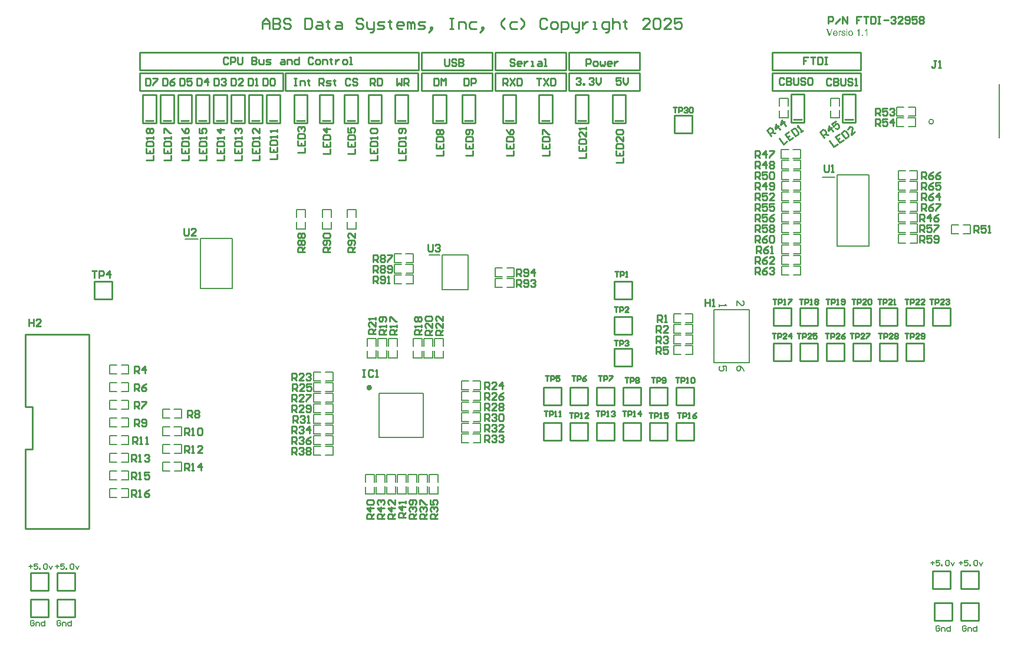
<source format=gto>
G04*
G04 #@! TF.GenerationSoftware,Altium Limited,Altium Designer,22.3.1 (43)*
G04*
G04 Layer_Color=65535*
%FSLAX25Y25*%
%MOIN*%
G70*
G04*
G04 #@! TF.SameCoordinates,3349D2AC-C315-450D-AF27-8CF08F727A17*
G04*
G04*
G04 #@! TF.FilePolarity,Positive*
G04*
G01*
G75*
%ADD10C,0.00787*%
%ADD11C,0.01575*%
%ADD12C,0.01000*%
%ADD13C,0.00500*%
%ADD14C,0.00800*%
G36*
X471835Y382299D02*
X471365D01*
Y382836D01*
X471835D01*
Y382299D01*
D02*
G37*
G36*
X467954Y381837D02*
X467975D01*
X468000Y381833D01*
X468062Y381821D01*
X468137Y381804D01*
X468216Y381775D01*
X468307Y381737D01*
X468399Y381687D01*
X468233Y381251D01*
X468224Y381255D01*
X468203Y381267D01*
X468170Y381284D01*
X468124Y381305D01*
X468075Y381321D01*
X468016Y381338D01*
X467954Y381350D01*
X467887Y381355D01*
X467862D01*
X467833Y381350D01*
X467796Y381342D01*
X467750Y381330D01*
X467704Y381313D01*
X467659Y381292D01*
X467609Y381259D01*
X467604Y381255D01*
X467588Y381242D01*
X467567Y381221D01*
X467542Y381192D01*
X467513Y381155D01*
X467484Y381113D01*
X467459Y381059D01*
X467434Y381001D01*
Y380997D01*
X467430Y380989D01*
X467426Y380976D01*
X467421Y380959D01*
X467417Y380934D01*
X467409Y380905D01*
X467396Y380839D01*
X467384Y380755D01*
X467372Y380664D01*
X467363Y380560D01*
X467359Y380452D01*
Y378996D01*
X466889D01*
Y381779D01*
X467313D01*
Y381359D01*
X467322Y381367D01*
X467330Y381384D01*
X467342Y381400D01*
X467372Y381454D01*
X467413Y381513D01*
X467459Y381579D01*
X467509Y381646D01*
X467559Y381700D01*
X467588Y381725D01*
X467613Y381746D01*
X467621Y381750D01*
X467638Y381762D01*
X467667Y381775D01*
X467700Y381796D01*
X467746Y381812D01*
X467796Y381825D01*
X467854Y381837D01*
X467912Y381841D01*
X467937D01*
X467954Y381837D01*
D02*
G37*
G36*
X469676D02*
X469709D01*
X469789Y381829D01*
X469876Y381816D01*
X469976Y381800D01*
X470071Y381779D01*
X470167Y381746D01*
X470171D01*
X470180Y381741D01*
X470192Y381737D01*
X470209Y381729D01*
X470250Y381708D01*
X470308Y381679D01*
X470367Y381642D01*
X470425Y381596D01*
X470483Y381546D01*
X470533Y381488D01*
X470537Y381479D01*
X470554Y381459D01*
X470575Y381421D01*
X470600Y381375D01*
X470629Y381313D01*
X470654Y381238D01*
X470679Y381155D01*
X470700Y381059D01*
X470238Y380997D01*
Y381001D01*
Y381005D01*
X470229Y381030D01*
X470221Y381072D01*
X470204Y381117D01*
X470180Y381171D01*
X470146Y381226D01*
X470105Y381280D01*
X470055Y381330D01*
X470046Y381334D01*
X470026Y381350D01*
X469992Y381371D01*
X469947Y381392D01*
X469884Y381417D01*
X469809Y381434D01*
X469726Y381450D01*
X469626Y381454D01*
X469572D01*
X469547Y381450D01*
X469518D01*
X469447Y381442D01*
X469373Y381429D01*
X469293Y381409D01*
X469223Y381384D01*
X469194Y381367D01*
X469165Y381346D01*
X469160Y381342D01*
X469144Y381325D01*
X469123Y381305D01*
X469098Y381276D01*
X469069Y381238D01*
X469048Y381192D01*
X469031Y381147D01*
X469027Y381093D01*
Y381088D01*
Y381076D01*
X469031Y381059D01*
X469035Y381038D01*
X469052Y380984D01*
X469065Y380955D01*
X469081Y380926D01*
X469085Y380922D01*
X469094Y380914D01*
X469106Y380901D01*
X469127Y380885D01*
X469152Y380864D01*
X469185Y380843D01*
X469223Y380822D01*
X469264Y380801D01*
X469269D01*
X469281Y380797D01*
X469306Y380789D01*
X469343Y380776D01*
X469368Y380768D01*
X469397Y380760D01*
X469431Y380751D01*
X469468Y380739D01*
X469514Y380726D01*
X469564Y380714D01*
X469618Y380697D01*
X469680Y380681D01*
X469685D01*
X469701Y380677D01*
X469726Y380668D01*
X469764Y380660D01*
X469801Y380647D01*
X469847Y380635D01*
X469901Y380618D01*
X469955Y380602D01*
X470071Y380568D01*
X470184Y380531D01*
X470238Y380514D01*
X470288Y380493D01*
X470333Y380477D01*
X470375Y380460D01*
X470379D01*
X470383Y380456D01*
X470408Y380444D01*
X470446Y380427D01*
X470487Y380398D01*
X470537Y380364D01*
X470591Y380323D01*
X470641Y380273D01*
X470687Y380215D01*
X470691Y380206D01*
X470704Y380186D01*
X470724Y380152D01*
X470745Y380102D01*
X470766Y380044D01*
X470787Y379978D01*
X470799Y379899D01*
X470803Y379811D01*
Y379807D01*
Y379799D01*
Y379786D01*
Y379770D01*
X470795Y379724D01*
X470787Y379666D01*
X470770Y379599D01*
X470745Y379524D01*
X470708Y379445D01*
X470662Y379366D01*
Y379362D01*
X470654Y379358D01*
X470637Y379333D01*
X470604Y379295D01*
X470562Y379250D01*
X470504Y379195D01*
X470437Y379141D01*
X470358Y379092D01*
X470267Y379046D01*
X470263D01*
X470254Y379042D01*
X470242Y379037D01*
X470221Y379029D01*
X470196Y379021D01*
X470167Y379008D01*
X470134Y379000D01*
X470096Y378992D01*
X470009Y378971D01*
X469909Y378950D01*
X469801Y378938D01*
X469680Y378933D01*
X469626D01*
X469589Y378938D01*
X469547Y378942D01*
X469493Y378946D01*
X469435Y378950D01*
X469373Y378963D01*
X469239Y378988D01*
X469098Y379025D01*
X469031Y379050D01*
X468965Y379083D01*
X468907Y379117D01*
X468848Y379154D01*
X468844Y379158D01*
X468836Y379166D01*
X468823Y379179D01*
X468803Y379195D01*
X468782Y379221D01*
X468757Y379250D01*
X468728Y379283D01*
X468699Y379320D01*
X468665Y379366D01*
X468636Y379416D01*
X468607Y379470D01*
X468578Y379533D01*
X468553Y379595D01*
X468528Y379666D01*
X468507Y379745D01*
X468491Y379824D01*
X468957Y379899D01*
Y379894D01*
X468961Y379886D01*
Y379874D01*
X468965Y379853D01*
X468969Y379828D01*
X468977Y379803D01*
X468998Y379741D01*
X469027Y379670D01*
X469065Y379595D01*
X469110Y379528D01*
X469173Y379466D01*
X469177D01*
X469181Y379462D01*
X469206Y379445D01*
X469248Y379420D01*
X469306Y379395D01*
X469377Y379366D01*
X469464Y379345D01*
X469564Y379329D01*
X469676Y379320D01*
X469709D01*
X469730Y379325D01*
X469759D01*
X469789Y379329D01*
X469859Y379337D01*
X469938Y379354D01*
X470021Y379374D01*
X470096Y379408D01*
X470163Y379449D01*
X470171Y379453D01*
X470188Y379474D01*
X470213Y379499D01*
X470242Y379537D01*
X470271Y379582D01*
X470296Y379637D01*
X470313Y379695D01*
X470321Y379761D01*
Y379770D01*
Y379786D01*
X470313Y379819D01*
X470304Y379853D01*
X470288Y379894D01*
X470263Y379936D01*
X470225Y379978D01*
X470180Y380015D01*
X470175Y380019D01*
X470159Y380028D01*
X470130Y380040D01*
X470109Y380048D01*
X470084Y380057D01*
X470051Y380069D01*
X470017Y380082D01*
X469980Y380094D01*
X469934Y380107D01*
X469884Y380123D01*
X469826Y380140D01*
X469764Y380156D01*
X469697Y380173D01*
X469693D01*
X469676Y380177D01*
X469647Y380186D01*
X469614Y380194D01*
X469572Y380206D01*
X469522Y380219D01*
X469468Y380236D01*
X469410Y380252D01*
X469293Y380290D01*
X469173Y380327D01*
X469115Y380344D01*
X469065Y380364D01*
X469015Y380385D01*
X468973Y380402D01*
X468969D01*
X468965Y380406D01*
X468940Y380419D01*
X468907Y380439D01*
X468861Y380473D01*
X468811Y380510D01*
X468761Y380552D01*
X468711Y380606D01*
X468669Y380664D01*
X468665Y380672D01*
X468653Y380693D01*
X468636Y380731D01*
X468619Y380776D01*
X468603Y380830D01*
X468586Y380893D01*
X468574Y380963D01*
X468570Y381038D01*
Y381043D01*
Y381047D01*
Y381072D01*
X468574Y381105D01*
X468582Y381151D01*
X468590Y381205D01*
X468603Y381263D01*
X468624Y381325D01*
X468653Y381384D01*
X468657Y381392D01*
X468669Y381409D01*
X468686Y381438D01*
X468715Y381475D01*
X468744Y381517D01*
X468786Y381563D01*
X468832Y381604D01*
X468886Y381646D01*
X468890Y381650D01*
X468907Y381658D01*
X468931Y381675D01*
X468965Y381692D01*
X469006Y381712D01*
X469056Y381737D01*
X469119Y381762D01*
X469185Y381783D01*
X469189D01*
X469194Y381787D01*
X469219Y381791D01*
X469256Y381800D01*
X469310Y381812D01*
X469368Y381825D01*
X469439Y381833D01*
X469514Y381837D01*
X469593Y381841D01*
X469647D01*
X469676Y381837D01*
D02*
G37*
G36*
X462013Y378996D02*
X461489D01*
X460000Y382836D01*
X460553D01*
X461552Y380044D01*
Y380040D01*
X461556Y380028D01*
X461564Y380011D01*
X461573Y379986D01*
X461581Y379957D01*
X461593Y379924D01*
X461606Y379886D01*
X461622Y379840D01*
X461652Y379745D01*
X461685Y379641D01*
X461718Y379528D01*
X461751Y379416D01*
Y379420D01*
X461756Y379429D01*
X461760Y379449D01*
X461768Y379470D01*
X461776Y379499D01*
X461785Y379533D01*
X461797Y379570D01*
X461810Y379611D01*
X461839Y379707D01*
X461876Y379815D01*
X461918Y379928D01*
X461959Y380044D01*
X462995Y382836D01*
X463511D01*
X462013Y378996D01*
D02*
G37*
G36*
X483138D02*
X482668D01*
Y381995D01*
X482659Y381987D01*
X482639Y381966D01*
X482601Y381937D01*
X482547Y381895D01*
X482485Y381845D01*
X482406Y381791D01*
X482318Y381733D01*
X482219Y381671D01*
X482214D01*
X482206Y381662D01*
X482194Y381654D01*
X482173Y381646D01*
X482148Y381629D01*
X482119Y381617D01*
X482052Y381579D01*
X481977Y381542D01*
X481894Y381500D01*
X481807Y381463D01*
X481723Y381429D01*
Y381883D01*
X481728Y381887D01*
X481740Y381891D01*
X481761Y381904D01*
X481790Y381916D01*
X481823Y381933D01*
X481865Y381958D01*
X481911Y381983D01*
X481956Y382008D01*
X482065Y382074D01*
X482181Y382153D01*
X482302Y382237D01*
X482414Y382332D01*
X482418Y382336D01*
X482427Y382345D01*
X482443Y382357D01*
X482464Y382378D01*
X482485Y382403D01*
X482514Y382428D01*
X482576Y382499D01*
X482647Y382573D01*
X482718Y382661D01*
X482780Y382752D01*
X482834Y382848D01*
X483138D01*
Y378996D01*
D02*
G37*
G36*
X480675D02*
X480139D01*
Y379533D01*
X480675D01*
Y378996D01*
D02*
G37*
G36*
X478666D02*
X478196D01*
Y381995D01*
X478188Y381987D01*
X478167Y381966D01*
X478129Y381937D01*
X478075Y381895D01*
X478013Y381845D01*
X477934Y381791D01*
X477846Y381733D01*
X477747Y381671D01*
X477742D01*
X477734Y381662D01*
X477722Y381654D01*
X477701Y381646D01*
X477676Y381629D01*
X477647Y381617D01*
X477580Y381579D01*
X477505Y381542D01*
X477422Y381500D01*
X477335Y381463D01*
X477251Y381429D01*
Y381883D01*
X477256Y381887D01*
X477268Y381891D01*
X477289Y381904D01*
X477318Y381916D01*
X477351Y381933D01*
X477393Y381958D01*
X477439Y381983D01*
X477485Y382008D01*
X477593Y382074D01*
X477709Y382153D01*
X477830Y382237D01*
X477942Y382332D01*
X477946Y382336D01*
X477955Y382345D01*
X477971Y382357D01*
X477992Y382378D01*
X478013Y382403D01*
X478042Y382428D01*
X478104Y382499D01*
X478175Y382573D01*
X478246Y382661D01*
X478308Y382752D01*
X478362Y382848D01*
X478666D01*
Y378996D01*
D02*
G37*
G36*
X471835D02*
X471365D01*
Y381779D01*
X471835D01*
Y378996D01*
D02*
G37*
G36*
X473732Y381837D02*
X473774D01*
X473824Y381829D01*
X473878Y381821D01*
X473940Y381808D01*
X474011Y381796D01*
X474082Y381775D01*
X474161Y381750D01*
X474235Y381716D01*
X474315Y381683D01*
X474394Y381637D01*
X474469Y381588D01*
X474543Y381529D01*
X474614Y381463D01*
X474618Y381459D01*
X474631Y381446D01*
X474647Y381425D01*
X474672Y381392D01*
X474697Y381355D01*
X474731Y381309D01*
X474764Y381255D01*
X474797Y381192D01*
X474830Y381122D01*
X474864Y381043D01*
X474897Y380959D01*
X474922Y380868D01*
X474947Y380768D01*
X474964Y380660D01*
X474976Y380543D01*
X474980Y380423D01*
Y380419D01*
Y380398D01*
Y380373D01*
X474976Y380335D01*
Y380290D01*
X474972Y380236D01*
X474968Y380177D01*
X474959Y380115D01*
X474943Y379982D01*
X474914Y379840D01*
X474872Y379703D01*
X474847Y379641D01*
X474818Y379578D01*
Y379574D01*
X474810Y379566D01*
X474801Y379549D01*
X474789Y379528D01*
X474772Y379503D01*
X474751Y379470D01*
X474697Y379403D01*
X474631Y379325D01*
X474552Y379245D01*
X474456Y379171D01*
X474348Y379100D01*
X474344D01*
X474335Y379092D01*
X474319Y379083D01*
X474294Y379075D01*
X474265Y379062D01*
X474231Y379046D01*
X474194Y379033D01*
X474148Y379017D01*
X474102Y379000D01*
X474048Y378988D01*
X473936Y378958D01*
X473811Y378942D01*
X473678Y378933D01*
X473653D01*
X473624Y378938D01*
X473582D01*
X473532Y378946D01*
X473474Y378954D01*
X473412Y378967D01*
X473341Y378979D01*
X473266Y379000D01*
X473191Y379025D01*
X473112Y379054D01*
X473033Y379092D01*
X472954Y379133D01*
X472879Y379183D01*
X472804Y379241D01*
X472734Y379308D01*
X472730Y379312D01*
X472717Y379325D01*
X472701Y379345D01*
X472680Y379379D01*
X472651Y379416D01*
X472621Y379462D01*
X472588Y379520D01*
X472555Y379582D01*
X472522Y379657D01*
X472488Y379736D01*
X472459Y379824D01*
X472430Y379919D01*
X472409Y380023D01*
X472393Y380136D01*
X472380Y380256D01*
X472376Y380385D01*
Y380389D01*
Y380394D01*
Y380419D01*
X472380Y380460D01*
X472384Y380510D01*
X472389Y380577D01*
X472397Y380651D01*
X472413Y380731D01*
X472430Y380818D01*
X472451Y380909D01*
X472480Y381005D01*
X472517Y381101D01*
X472555Y381196D01*
X472605Y381288D01*
X472663Y381375D01*
X472730Y381454D01*
X472804Y381529D01*
X472809Y381533D01*
X472821Y381542D01*
X472842Y381558D01*
X472867Y381579D01*
X472904Y381600D01*
X472946Y381629D01*
X472992Y381658D01*
X473050Y381687D01*
X473108Y381716D01*
X473175Y381741D01*
X473245Y381771D01*
X473324Y381791D01*
X473408Y381812D01*
X473491Y381829D01*
X473582Y381837D01*
X473678Y381841D01*
X473703D01*
X473732Y381837D01*
D02*
G37*
G36*
X465104D02*
X465142D01*
X465192Y381829D01*
X465246Y381821D01*
X465308Y381808D01*
X465375Y381796D01*
X465445Y381775D01*
X465516Y381750D01*
X465595Y381716D01*
X465670Y381679D01*
X465745Y381637D01*
X465820Y381583D01*
X465895Y381525D01*
X465961Y381459D01*
X465965Y381454D01*
X465978Y381442D01*
X465995Y381421D01*
X466015Y381388D01*
X466045Y381350D01*
X466074Y381305D01*
X466107Y381246D01*
X466140Y381184D01*
X466169Y381113D01*
X466203Y381034D01*
X466232Y380947D01*
X466261Y380851D01*
X466282Y380747D01*
X466298Y380635D01*
X466311Y380518D01*
X466315Y380394D01*
Y380385D01*
Y380364D01*
Y380323D01*
X466311Y380269D01*
X464235D01*
Y380265D01*
Y380248D01*
X464239Y380223D01*
X464243Y380194D01*
X464247Y380152D01*
X464256Y380111D01*
X464264Y380061D01*
X464277Y380007D01*
X464310Y379894D01*
X464356Y379774D01*
X464385Y379720D01*
X464414Y379661D01*
X464451Y379611D01*
X464493Y379562D01*
X464497Y379557D01*
X464505Y379553D01*
X464518Y379541D01*
X464534Y379524D01*
X464559Y379507D01*
X464584Y379487D01*
X464618Y379462D01*
X464655Y379441D01*
X464738Y379395D01*
X464838Y379358D01*
X464892Y379341D01*
X464950Y379333D01*
X465013Y379325D01*
X465075Y379320D01*
X465100D01*
X465117Y379325D01*
X465167Y379329D01*
X465229Y379337D01*
X465296Y379354D01*
X465371Y379379D01*
X465445Y379408D01*
X465516Y379453D01*
X465520D01*
X465524Y379462D01*
X465545Y379478D01*
X465579Y379512D01*
X465620Y379562D01*
X465666Y379620D01*
X465716Y379699D01*
X465766Y379790D01*
X465807Y379894D01*
X466298Y379832D01*
Y379828D01*
X466294Y379811D01*
X466286Y379790D01*
X466273Y379761D01*
X466261Y379724D01*
X466244Y379682D01*
X466223Y379637D01*
X466203Y379587D01*
X466144Y379483D01*
X466069Y379370D01*
X466024Y379316D01*
X465978Y379262D01*
X465928Y379212D01*
X465870Y379166D01*
X465866Y379162D01*
X465857Y379158D01*
X465836Y379146D01*
X465816Y379129D01*
X465782Y379112D01*
X465745Y379092D01*
X465703Y379071D01*
X465653Y379050D01*
X465599Y379029D01*
X465537Y379008D01*
X465475Y378988D01*
X465404Y378971D01*
X465329Y378954D01*
X465250Y378942D01*
X465163Y378938D01*
X465075Y378933D01*
X465050D01*
X465017Y378938D01*
X464975D01*
X464921Y378946D01*
X464863Y378954D01*
X464796Y378967D01*
X464726Y378979D01*
X464651Y379000D01*
X464572Y379025D01*
X464489Y379054D01*
X464410Y379092D01*
X464326Y379133D01*
X464252Y379183D01*
X464177Y379241D01*
X464106Y379308D01*
X464102Y379312D01*
X464089Y379325D01*
X464073Y379345D01*
X464052Y379379D01*
X464023Y379416D01*
X463994Y379462D01*
X463960Y379516D01*
X463931Y379578D01*
X463898Y379649D01*
X463865Y379728D01*
X463835Y379815D01*
X463806Y379911D01*
X463786Y380011D01*
X463769Y380119D01*
X463757Y380236D01*
X463752Y380360D01*
Y380369D01*
Y380389D01*
X463757Y380427D01*
Y380477D01*
X463765Y380535D01*
X463773Y380602D01*
X463781Y380681D01*
X463798Y380760D01*
X463815Y380847D01*
X463840Y380934D01*
X463869Y381026D01*
X463902Y381117D01*
X463944Y381205D01*
X463994Y381292D01*
X464048Y381375D01*
X464110Y381450D01*
X464114Y381454D01*
X464127Y381467D01*
X464148Y381488D01*
X464177Y381513D01*
X464210Y381542D01*
X464256Y381575D01*
X464306Y381608D01*
X464364Y381646D01*
X464426Y381683D01*
X464497Y381716D01*
X464576Y381750D01*
X464659Y381779D01*
X464751Y381804D01*
X464842Y381825D01*
X464946Y381837D01*
X465050Y381841D01*
X465075D01*
X465104Y381837D01*
D02*
G37*
%LPC*%
G36*
X473678Y381450D02*
X473645D01*
X473620Y381446D01*
X473591Y381442D01*
X473553Y381438D01*
X473474Y381417D01*
X473379Y381384D01*
X473333Y381363D01*
X473283Y381338D01*
X473233Y381309D01*
X473183Y381271D01*
X473137Y381230D01*
X473092Y381184D01*
X473087Y381180D01*
X473083Y381171D01*
X473071Y381155D01*
X473054Y381134D01*
X473037Y381105D01*
X473017Y381072D01*
X472996Y381030D01*
X472975Y380984D01*
X472954Y380930D01*
X472933Y380872D01*
X472913Y380805D01*
X472896Y380735D01*
X472879Y380656D01*
X472867Y380573D01*
X472863Y380481D01*
X472859Y380385D01*
Y380381D01*
Y380360D01*
Y380335D01*
X472863Y380298D01*
X472867Y380252D01*
X472871Y380202D01*
X472879Y380144D01*
X472888Y380086D01*
X472917Y379953D01*
X472958Y379819D01*
X472983Y379757D01*
X473017Y379695D01*
X473050Y379637D01*
X473092Y379582D01*
X473096Y379578D01*
X473104Y379570D01*
X473116Y379557D01*
X473133Y379541D01*
X473158Y379520D01*
X473183Y379499D01*
X473216Y379474D01*
X473254Y379453D01*
X473337Y379403D01*
X473437Y379362D01*
X473491Y379345D01*
X473553Y379333D01*
X473611Y379325D01*
X473678Y379320D01*
X473711D01*
X473736Y379325D01*
X473765Y379329D01*
X473803Y379333D01*
X473882Y379354D01*
X473973Y379387D01*
X474023Y379408D01*
X474073Y379433D01*
X474119Y379462D01*
X474169Y379499D01*
X474215Y379541D01*
X474261Y379587D01*
X474265Y379591D01*
X474269Y379599D01*
X474281Y379616D01*
X474298Y379637D01*
X474315Y379666D01*
X474335Y379699D01*
X474356Y379741D01*
X474381Y379790D01*
X474402Y379840D01*
X474423Y379903D01*
X474443Y379969D01*
X474460Y380044D01*
X474477Y380123D01*
X474489Y380211D01*
X474493Y380302D01*
X474498Y380402D01*
Y380406D01*
Y380423D01*
Y380452D01*
X474493Y380485D01*
X474489Y380531D01*
X474485Y380581D01*
X474477Y380635D01*
X474469Y380693D01*
X474439Y380818D01*
X474423Y380885D01*
X474398Y380951D01*
X474369Y381013D01*
X474339Y381076D01*
X474302Y381130D01*
X474261Y381184D01*
X474256Y381188D01*
X474248Y381196D01*
X474235Y381209D01*
X474219Y381226D01*
X474194Y381246D01*
X474169Y381267D01*
X474136Y381292D01*
X474102Y381317D01*
X474015Y381367D01*
X473915Y381409D01*
X473861Y381425D01*
X473803Y381438D01*
X473740Y381446D01*
X473678Y381450D01*
D02*
G37*
G36*
X465050Y381454D02*
X465017D01*
X464996Y381450D01*
X464967Y381446D01*
X464938Y381442D01*
X464859Y381425D01*
X464776Y381400D01*
X464680Y381363D01*
X464634Y381338D01*
X464588Y381309D01*
X464543Y381271D01*
X464501Y381234D01*
X464497Y381230D01*
X464493Y381226D01*
X464480Y381213D01*
X464468Y381196D01*
X464451Y381171D01*
X464430Y381147D01*
X464410Y381117D01*
X464389Y381080D01*
X464368Y381043D01*
X464347Y380997D01*
X464306Y380897D01*
X464277Y380785D01*
X464268Y380722D01*
X464260Y380656D01*
X465816D01*
Y380660D01*
Y380672D01*
X465811Y380689D01*
X465807Y380714D01*
X465803Y380743D01*
X465799Y380776D01*
X465782Y380851D01*
X465757Y380939D01*
X465728Y381026D01*
X465687Y381109D01*
X465637Y381180D01*
X465633Y381184D01*
X465628Y381192D01*
X465612Y381205D01*
X465595Y381221D01*
X465574Y381242D01*
X465545Y381267D01*
X465512Y381292D01*
X465479Y381317D01*
X465437Y381342D01*
X465391Y381367D01*
X465292Y381413D01*
X465237Y381429D01*
X465179Y381442D01*
X465117Y381450D01*
X465050Y381454D01*
D02*
G37*
%LPD*%
D10*
X520560Y330311D02*
G03*
X520560Y330311I-1324J0D01*
G01*
X557669Y321181D02*
Y351496D01*
X396500Y194000D02*
Y213167D01*
Y194000D02*
Y224000D01*
X416500Y194000D02*
Y224000D01*
X396500D02*
X416500D01*
X396500Y194000D02*
X416500D01*
X207098Y151598D02*
Y176402D01*
Y151598D02*
X231902D01*
Y176402D01*
X207098D02*
X231902D01*
X457874Y298898D02*
X464567D01*
X465945Y259772D02*
Y300228D01*
Y259772D02*
X484055D01*
Y300228D01*
X465945D02*
X484055D01*
X105945Y264173D02*
X124055D01*
Y235827D02*
Y264173D01*
X105945Y235827D02*
X124055D01*
X105945D02*
Y264173D01*
X97480Y263780D02*
X104567D01*
X242717Y254843D02*
X257283D01*
Y235157D02*
Y254843D01*
X242717Y235157D02*
X257283D01*
X242717D02*
Y254843D01*
X235532Y254941D02*
X241339D01*
D11*
X202276Y179748D02*
G03*
X202276Y179748I-787J0D01*
G01*
D12*
X272700Y348000D02*
X312700D01*
X272700Y358000D02*
X312700D01*
Y348000D02*
Y358000D01*
X272700Y348000D02*
Y358000D01*
Y359500D02*
X312700D01*
X272700Y369500D02*
X312700D01*
Y359500D02*
Y369500D01*
X272700Y359500D02*
Y369500D01*
X231000Y348000D02*
X271000D01*
X231000Y358000D02*
X271000D01*
Y348000D02*
Y358000D01*
X231000Y348000D02*
Y358000D01*
Y359500D02*
X271000D01*
X231000Y369500D02*
X271000D01*
Y359500D02*
Y369500D01*
X231000Y359500D02*
Y369500D01*
X429500Y348000D02*
X479500D01*
X429500Y358000D02*
X479500D01*
Y348000D02*
Y358000D01*
X429500Y348000D02*
Y358000D01*
X154000Y348000D02*
X229000D01*
X154000Y358000D02*
X229000D01*
Y348000D02*
Y358000D01*
X154000Y348000D02*
Y358000D01*
X429500Y359500D02*
X479500D01*
X429500Y369500D02*
X479500D01*
Y359500D02*
Y369500D01*
X429500Y359500D02*
Y369500D01*
X314500Y348000D02*
X354500D01*
X314500Y358000D02*
X354500D01*
Y348000D02*
Y358000D01*
X314500Y348000D02*
Y358000D01*
X71700Y348000D02*
X152700D01*
X71700Y358000D02*
X152700D01*
Y348000D02*
Y358000D01*
X71700Y348000D02*
Y358000D01*
X314500Y359500D02*
X354500D01*
X314500Y369500D02*
X354500D01*
Y359500D02*
Y369500D01*
X314500Y359500D02*
Y369500D01*
X71750Y359500D02*
X229250D01*
X71750Y369500D02*
X229250D01*
Y359500D02*
Y369500D01*
X71750Y359500D02*
Y369500D01*
X35000Y50000D02*
Y60000D01*
X25000Y50000D02*
X35000D01*
X25000D02*
Y60000D01*
X35000D01*
X33000Y50000D02*
X35000D01*
X530000Y66000D02*
Y76000D01*
X520000Y66000D02*
X530000D01*
X520000D02*
Y76000D01*
X530000D01*
X528000Y66000D02*
X530000D01*
X20000Y50000D02*
Y60000D01*
X10000Y50000D02*
X20000D01*
X10000D02*
Y60000D01*
X20000D01*
X18000Y50000D02*
X20000D01*
X35000Y65000D02*
Y75000D01*
X25000Y65000D02*
X35000D01*
X25000D02*
Y75000D01*
X35000D01*
X33000Y65000D02*
X35000D01*
X546000Y48000D02*
Y58000D01*
X536000Y48000D02*
X546000D01*
X536000D02*
Y58000D01*
X546000D01*
X544000Y48000D02*
X546000D01*
Y66000D02*
Y76000D01*
X536000Y66000D02*
X546000D01*
X536000D02*
Y76000D01*
X546000D01*
X544000Y66000D02*
X546000D01*
X531000Y48000D02*
Y58000D01*
X521000Y48000D02*
X531000D01*
X521000D02*
Y58000D01*
X531000D01*
X529000Y48000D02*
X531000D01*
X20000Y65000D02*
Y75000D01*
X10000Y65000D02*
X20000D01*
X10000D02*
Y75000D01*
X20000D01*
X18000Y65000D02*
X20000D01*
X143500Y329500D02*
Y345500D01*
X151000D01*
Y329500D02*
Y345500D01*
X143500Y329500D02*
X151000D01*
X145000Y331000D02*
X149500D01*
X103500Y329500D02*
Y345500D01*
X111000D01*
Y329500D02*
Y345500D01*
X103500Y329500D02*
X111000D01*
X105000Y331000D02*
X109500D01*
X11000Y165000D02*
Y169000D01*
X7000D02*
X11000D01*
X7000Y210000D02*
X43000D01*
Y100000D02*
Y210000D01*
X7000Y100000D02*
X43000D01*
X7000D02*
Y145000D01*
Y169000D02*
Y210000D01*
Y145000D02*
X11000D01*
Y165000D01*
X350000Y210000D02*
Y220000D01*
X340000Y210000D02*
X350000D01*
X340000D02*
Y220000D01*
X350000D01*
X348000Y210000D02*
X350000D01*
Y230000D02*
Y240000D01*
X340000Y230000D02*
X350000D01*
X340000D02*
Y240000D01*
X350000D01*
X348000Y230000D02*
X350000D01*
Y192000D02*
Y202000D01*
X340000Y192000D02*
X350000D01*
X340000D02*
Y202000D01*
X350000D01*
X348000Y192000D02*
X350000D01*
X56000Y230000D02*
Y240000D01*
X46000Y230000D02*
X56000D01*
X46000D02*
Y240000D01*
X56000D01*
X54000Y230000D02*
X56000D01*
X310000Y170000D02*
Y180000D01*
X300000Y170000D02*
X310000D01*
X300000D02*
Y180000D01*
X310000D01*
X308000Y170000D02*
X310000D01*
X325000D02*
Y180000D01*
X315000Y170000D02*
X325000D01*
X315000D02*
Y180000D01*
X325000D01*
X323000Y170000D02*
X325000D01*
X340000D02*
Y180000D01*
X330000Y170000D02*
X340000D01*
X330000D02*
Y180000D01*
X340000D01*
X338000Y170000D02*
X340000D01*
X355000D02*
Y180000D01*
X345000Y170000D02*
X355000D01*
X345000D02*
Y180000D01*
X355000D01*
X353000Y170000D02*
X355000D01*
X370000D02*
Y180000D01*
X360000Y170000D02*
X370000D01*
X360000D02*
Y180000D01*
X370000D01*
X368000Y170000D02*
X370000D01*
X385000D02*
Y180000D01*
X375000Y170000D02*
X385000D01*
X375000D02*
Y180000D01*
X385000D01*
X383000Y170000D02*
X385000D01*
X310000Y150000D02*
Y160000D01*
X300000Y150000D02*
X310000D01*
X300000D02*
Y160000D01*
X310000D01*
X308000Y150000D02*
X310000D01*
X325000D02*
Y160000D01*
X315000Y150000D02*
X325000D01*
X315000D02*
Y160000D01*
X325000D01*
X323000Y150000D02*
X325000D01*
X340000D02*
Y160000D01*
X330000Y150000D02*
X340000D01*
X330000D02*
Y160000D01*
X340000D01*
X338000Y150000D02*
X340000D01*
X370000D02*
Y160000D01*
X360000Y150000D02*
X370000D01*
X360000D02*
Y160000D01*
X370000D01*
X368000Y150000D02*
X370000D01*
X355000D02*
Y160000D01*
X345000Y150000D02*
X355000D01*
X345000D02*
Y160000D01*
X355000D01*
X353000Y150000D02*
X355000D01*
X385000D02*
Y160000D01*
X375000Y150000D02*
X385000D01*
X375000D02*
Y160000D01*
X385000D01*
X383000Y150000D02*
X385000D01*
X470500Y331500D02*
X475000D01*
X469000Y330000D02*
X476500D01*
Y346000D01*
X469000D02*
X476500D01*
X469000Y330000D02*
Y346000D01*
X441500Y331500D02*
X446000D01*
X440000Y330000D02*
X447500D01*
Y346000D01*
X440000D02*
X447500D01*
X440000Y330000D02*
Y346000D01*
Y215000D02*
Y225000D01*
X430000Y215000D02*
X440000D01*
X430000D02*
Y225000D01*
X440000D01*
X438000Y215000D02*
X440000D01*
X455000D02*
Y225000D01*
X445000Y215000D02*
X455000D01*
X445000D02*
Y225000D01*
X455000D01*
X453000Y215000D02*
X455000D01*
X470000D02*
Y225000D01*
X460000Y215000D02*
X470000D01*
X460000D02*
Y225000D01*
X470000D01*
X468000Y215000D02*
X470000D01*
X485000D02*
Y225000D01*
X475000Y215000D02*
X485000D01*
X475000D02*
Y225000D01*
X485000D01*
X483000Y215000D02*
X485000D01*
X500000D02*
Y225000D01*
X490000Y215000D02*
X500000D01*
X490000D02*
Y225000D01*
X500000D01*
X498000Y215000D02*
X500000D01*
X515000D02*
Y225000D01*
X505000Y215000D02*
X515000D01*
X505000D02*
Y225000D01*
X515000D01*
X513000Y215000D02*
X515000D01*
X530000D02*
Y225000D01*
X520000Y215000D02*
X530000D01*
X520000D02*
Y225000D01*
X530000D01*
X528000Y215000D02*
X530000D01*
X440000Y195000D02*
Y205000D01*
X430000Y195000D02*
X440000D01*
X430000D02*
Y205000D01*
X440000D01*
X438000Y195000D02*
X440000D01*
X455000D02*
Y205000D01*
X445000Y195000D02*
X455000D01*
X445000D02*
Y205000D01*
X455000D01*
X453000Y195000D02*
X455000D01*
X470000D02*
Y205000D01*
X460000Y195000D02*
X470000D01*
X460000D02*
Y205000D01*
X470000D01*
X468000Y195000D02*
X470000D01*
X485000D02*
Y205000D01*
X475000Y195000D02*
X485000D01*
X475000D02*
Y205000D01*
X485000D01*
X483000Y195000D02*
X485000D01*
X500000D02*
Y205000D01*
X490000Y195000D02*
X500000D01*
X490000D02*
Y205000D01*
X500000D01*
X498000Y195000D02*
X500000D01*
X515000D02*
Y205000D01*
X505000Y195000D02*
X515000D01*
X505000D02*
Y205000D01*
X515000D01*
X513000Y195000D02*
X515000D01*
X384000Y324000D02*
Y334000D01*
X374000Y324000D02*
X384000D01*
X374000D02*
Y334000D01*
X384000D01*
X382000Y324000D02*
X384000D01*
X202500Y331000D02*
X207000D01*
X201000Y329500D02*
X208500D01*
Y345500D01*
X201000D02*
X208500D01*
X201000Y329500D02*
Y345500D01*
X255500Y331000D02*
X260000D01*
X254000Y329500D02*
X261500D01*
Y345500D01*
X254000D02*
X261500D01*
X254000Y329500D02*
Y345500D01*
X239000Y331000D02*
X243500D01*
X237500Y329500D02*
X245000D01*
Y345500D01*
X237500D02*
X245000D01*
X237500Y329500D02*
Y345500D01*
X299000Y331000D02*
X303500D01*
X297500Y329500D02*
X305000D01*
Y345500D01*
X297500D02*
X305000D01*
X297500Y329500D02*
Y345500D01*
X278500Y331000D02*
X283000D01*
X277000Y329500D02*
X284500D01*
Y345500D01*
X277000D02*
X284500D01*
X277000Y329500D02*
Y345500D01*
X189000Y331000D02*
X193500D01*
X187500Y329500D02*
X195000D01*
Y345500D01*
X187500D02*
X195000D01*
X187500Y329500D02*
Y345500D01*
X175000Y331000D02*
X179500D01*
X173500Y329500D02*
X181000D01*
Y345500D01*
X173500D02*
X181000D01*
X173500Y329500D02*
Y345500D01*
X160500Y331000D02*
X165000D01*
X159000Y329500D02*
X166500D01*
Y345500D01*
X159000D02*
X166500D01*
X159000Y329500D02*
Y345500D01*
X319500Y331000D02*
X324000D01*
X318000Y329500D02*
X325500D01*
Y345500D01*
X318000D02*
X325500D01*
X318000Y329500D02*
Y345500D01*
X340500Y331000D02*
X345000D01*
X339000Y329500D02*
X346500D01*
Y345500D01*
X339000D02*
X346500D01*
X339000Y329500D02*
Y345500D01*
X217500Y331000D02*
X222000D01*
X216000Y329500D02*
X223500D01*
Y345500D01*
X216000D02*
X223500D01*
X216000Y329500D02*
Y345500D01*
X75000Y331000D02*
X79500D01*
X73500Y329500D02*
X81000D01*
Y345500D01*
X73500D02*
X81000D01*
X73500Y329500D02*
Y345500D01*
X85000Y331000D02*
X89500D01*
X83500Y329500D02*
X91000D01*
Y345500D01*
X83500D02*
X91000D01*
X83500Y329500D02*
Y345500D01*
X95000Y331000D02*
X99500D01*
X93500Y329500D02*
X101000D01*
Y345500D01*
X93500D02*
X101000D01*
X93500Y329500D02*
Y345500D01*
X115000Y331000D02*
X119500D01*
X113500Y329500D02*
X121000D01*
Y345500D01*
X113500D02*
X121000D01*
X113500Y329500D02*
Y345500D01*
X125000Y331000D02*
X129500D01*
X123500Y329500D02*
X131000D01*
Y345500D01*
X123500D02*
X131000D01*
X123500Y329500D02*
Y345500D01*
X135000Y331000D02*
X139500D01*
X133500Y329500D02*
X141000D01*
Y345500D01*
X133500D02*
X141000D01*
X133500Y329500D02*
Y345500D01*
X436166Y354482D02*
X435499Y355148D01*
X434166D01*
X433500Y354482D01*
Y351816D01*
X434166Y351150D01*
X435499D01*
X436166Y351816D01*
X437499Y355148D02*
Y351150D01*
X439498D01*
X440165Y351816D01*
Y352483D01*
X439498Y353149D01*
X437499D01*
X439498D01*
X440165Y353815D01*
Y354482D01*
X439498Y355148D01*
X437499D01*
X441497D02*
Y351816D01*
X442164Y351150D01*
X443497D01*
X444163Y351816D01*
Y355148D01*
X448162Y354482D02*
X447496Y355148D01*
X446163D01*
X445496Y354482D01*
Y353815D01*
X446163Y353149D01*
X447496D01*
X448162Y352483D01*
Y351816D01*
X447496Y351150D01*
X446163D01*
X445496Y351816D01*
X449495Y354482D02*
X450161Y355148D01*
X451494D01*
X452161Y354482D01*
Y351816D01*
X451494Y351150D01*
X450161D01*
X449495Y351816D01*
Y354482D01*
X462666Y354332D02*
X461999Y354999D01*
X460666D01*
X460000Y354332D01*
Y351666D01*
X460666Y351000D01*
X461999D01*
X462666Y351666D01*
X463999Y354999D02*
Y351000D01*
X465998D01*
X466665Y351666D01*
Y352333D01*
X465998Y352999D01*
X463999D01*
X465998D01*
X466665Y353666D01*
Y354332D01*
X465998Y354999D01*
X463999D01*
X467997D02*
Y351666D01*
X468664Y351000D01*
X469997D01*
X470663Y351666D01*
Y354999D01*
X474662Y354332D02*
X473995Y354999D01*
X472663D01*
X471996Y354332D01*
Y353666D01*
X472663Y352999D01*
X473995D01*
X474662Y352333D01*
Y351666D01*
X473995Y351000D01*
X472663D01*
X471996Y351666D01*
X475995Y351000D02*
X477328D01*
X476661D01*
Y354999D01*
X475995Y354332D01*
X449666Y366999D02*
X447000D01*
Y364999D01*
X448333D01*
X447000D01*
Y363000D01*
X450999Y366999D02*
X453664D01*
X452332D01*
Y363000D01*
X454997Y366999D02*
Y363000D01*
X456997D01*
X457663Y363666D01*
Y366332D01*
X456997Y366999D01*
X454997D01*
X458996D02*
X460329D01*
X459663D01*
Y363000D01*
X458996D01*
X460329D01*
X283666Y365332D02*
X282999Y365999D01*
X281666D01*
X281000Y365332D01*
Y364666D01*
X281666Y363999D01*
X282999D01*
X283666Y363333D01*
Y362666D01*
X282999Y362000D01*
X281666D01*
X281000Y362666D01*
X286998Y362000D02*
X285665D01*
X284999Y362666D01*
Y363999D01*
X285665Y364666D01*
X286998D01*
X287665Y363999D01*
Y363333D01*
X284999D01*
X288997Y364666D02*
Y362000D01*
Y363333D01*
X289664Y363999D01*
X290330Y364666D01*
X290997D01*
X292996Y362000D02*
X294329D01*
X293663D01*
Y364666D01*
X292996D01*
X296995D02*
X298328D01*
X298994Y363999D01*
Y362000D01*
X296995D01*
X296328Y362666D01*
X296995Y363333D01*
X298994D01*
X300327Y362000D02*
X301660D01*
X300994D01*
Y365999D01*
X300327D01*
X255000Y354999D02*
Y351000D01*
X256999D01*
X257666Y351666D01*
Y354332D01*
X256999Y354999D01*
X255000D01*
X258999Y351000D02*
Y354999D01*
X260998D01*
X261665Y354332D01*
Y352999D01*
X260998Y352333D01*
X258999D01*
X75000Y354999D02*
Y351000D01*
X76999D01*
X77666Y351666D01*
Y354332D01*
X76999Y354999D01*
X75000D01*
X78999D02*
X81665D01*
Y354332D01*
X78999Y351666D01*
Y351000D01*
X84690Y354999D02*
Y351000D01*
X86690D01*
X87356Y351666D01*
Y354332D01*
X86690Y354999D01*
X84690D01*
X91355D02*
X90022Y354332D01*
X88689Y352999D01*
Y351666D01*
X89356Y351000D01*
X90689D01*
X91355Y351666D01*
Y352333D01*
X90689Y352999D01*
X88689D01*
X141000Y382999D02*
Y386998D01*
X142999Y388997D01*
X144999Y386998D01*
Y382999D01*
Y385998D01*
X141000D01*
X146998Y388997D02*
Y382999D01*
X149997D01*
X150997Y383999D01*
Y384999D01*
X149997Y385998D01*
X146998D01*
X149997D01*
X150997Y386998D01*
Y387998D01*
X149997Y388997D01*
X146998D01*
X156995Y387998D02*
X155995Y388997D01*
X153996D01*
X152996Y387998D01*
Y386998D01*
X153996Y385998D01*
X155995D01*
X156995Y384999D01*
Y383999D01*
X155995Y382999D01*
X153996D01*
X152996Y383999D01*
X164992Y388997D02*
Y382999D01*
X167991D01*
X168991Y383999D01*
Y387998D01*
X167991Y388997D01*
X164992D01*
X171990Y386998D02*
X173989D01*
X174989Y385998D01*
Y382999D01*
X171990D01*
X170990Y383999D01*
X171990Y384999D01*
X174989D01*
X177988Y387998D02*
Y386998D01*
X176988D01*
X178988D01*
X177988D01*
Y383999D01*
X178988Y382999D01*
X182986Y386998D02*
X184986D01*
X185985Y385998D01*
Y382999D01*
X182986D01*
X181987Y383999D01*
X182986Y384999D01*
X185985D01*
X197982Y387998D02*
X196982Y388997D01*
X194983D01*
X193983Y387998D01*
Y386998D01*
X194983Y385998D01*
X196982D01*
X197982Y384999D01*
Y383999D01*
X196982Y382999D01*
X194983D01*
X193983Y383999D01*
X199981Y386998D02*
Y383999D01*
X200981Y382999D01*
X203980D01*
Y382000D01*
X202980Y381000D01*
X201980D01*
X203980Y382999D02*
Y386998D01*
X205979Y382999D02*
X208978D01*
X209978Y383999D01*
X208978Y384999D01*
X206979D01*
X205979Y385998D01*
X206979Y386998D01*
X209978D01*
X212977Y387998D02*
Y386998D01*
X211977D01*
X213976D01*
X212977D01*
Y383999D01*
X213976Y382999D01*
X219974D02*
X217975D01*
X216975Y383999D01*
Y385998D01*
X217975Y386998D01*
X219974D01*
X220974Y385998D01*
Y384999D01*
X216975D01*
X222973Y382999D02*
Y386998D01*
X223973D01*
X224973Y385998D01*
Y382999D01*
Y385998D01*
X225973Y386998D01*
X226972Y385998D01*
Y382999D01*
X228972D02*
X231971D01*
X232970Y383999D01*
X231971Y384999D01*
X229971D01*
X228972Y385998D01*
X229971Y386998D01*
X232970D01*
X235969Y382000D02*
X236969Y382999D01*
Y383999D01*
X235969D01*
Y382999D01*
X236969D01*
X235969Y382000D01*
X234970Y381000D01*
X246966Y388997D02*
X248965D01*
X247965D01*
Y382999D01*
X246966D01*
X248965D01*
X251964D02*
Y386998D01*
X254963D01*
X255963Y385998D01*
Y382999D01*
X261961Y386998D02*
X258962D01*
X257962Y385998D01*
Y383999D01*
X258962Y382999D01*
X261961D01*
X264960Y382000D02*
X265960Y382999D01*
Y383999D01*
X264960D01*
Y382999D01*
X265960D01*
X264960Y382000D01*
X263960Y381000D01*
X277956Y382999D02*
X275956Y384999D01*
Y386998D01*
X277956Y388997D01*
X284953Y386998D02*
X281954D01*
X280955Y385998D01*
Y383999D01*
X281954Y382999D01*
X284953D01*
X286953D02*
X288952Y384999D01*
Y386998D01*
X286953Y388997D01*
X301948Y387998D02*
X300948Y388997D01*
X298949D01*
X297949Y387998D01*
Y383999D01*
X298949Y382999D01*
X300948D01*
X301948Y383999D01*
X304947Y382999D02*
X306946D01*
X307946Y383999D01*
Y385998D01*
X306946Y386998D01*
X304947D01*
X303947Y385998D01*
Y383999D01*
X304947Y382999D01*
X309945Y381000D02*
Y386998D01*
X312944D01*
X313944Y385998D01*
Y383999D01*
X312944Y382999D01*
X309945D01*
X315943Y386998D02*
Y383999D01*
X316943Y382999D01*
X319942D01*
Y382000D01*
X318942Y381000D01*
X317943D01*
X319942Y382999D02*
Y386998D01*
X321941D02*
Y382999D01*
Y384999D01*
X322941Y385998D01*
X323941Y386998D01*
X324940D01*
X327940Y382999D02*
X329939D01*
X328939D01*
Y386998D01*
X327940D01*
X334937Y381000D02*
X335937D01*
X336937Y382000D01*
Y386998D01*
X333938D01*
X332938Y385998D01*
Y383999D01*
X333938Y382999D01*
X336937D01*
X338936Y388997D02*
Y382999D01*
Y385998D01*
X339936Y386998D01*
X341935D01*
X342935Y385998D01*
Y382999D01*
X345934Y387998D02*
Y386998D01*
X344934D01*
X346933D01*
X345934D01*
Y383999D01*
X346933Y382999D01*
X359929D02*
X355930D01*
X359929Y386998D01*
Y387998D01*
X358929Y388997D01*
X356930D01*
X355930Y387998D01*
X361929D02*
X362928Y388997D01*
X364928D01*
X365927Y387998D01*
Y383999D01*
X364928Y382999D01*
X362928D01*
X361929Y383999D01*
Y387998D01*
X371925Y382999D02*
X367927D01*
X371925Y386998D01*
Y387998D01*
X370926Y388997D01*
X368926D01*
X367927Y387998D01*
X377923Y388997D02*
X373925D01*
Y385998D01*
X375924Y386998D01*
X376924D01*
X377923Y385998D01*
Y383999D01*
X376924Y382999D01*
X374924D01*
X373925Y383999D01*
X123452Y354999D02*
Y351000D01*
X125451D01*
X126118Y351666D01*
Y354332D01*
X125451Y354999D01*
X123452D01*
X130117Y351000D02*
X127451D01*
X130117Y353666D01*
Y354332D01*
X129450Y354999D01*
X128117D01*
X127451Y354332D01*
X217000Y354999D02*
Y351000D01*
X218333Y352333D01*
X219666Y351000D01*
Y354999D01*
X220999Y351000D02*
Y354999D01*
X222998D01*
X223664Y354332D01*
Y352999D01*
X222998Y352333D01*
X220999D01*
X222332D02*
X223664Y351000D01*
X133142Y354999D02*
Y351000D01*
X135142D01*
X135808Y351666D01*
Y354332D01*
X135142Y354999D01*
X133142D01*
X137141Y351000D02*
X138474D01*
X137808D01*
Y354999D01*
X137141Y354332D01*
X141500Y354999D02*
Y351000D01*
X143499D01*
X144166Y351666D01*
Y354332D01*
X143499Y354999D01*
X141500D01*
X145499Y354332D02*
X146165Y354999D01*
X147498D01*
X148164Y354332D01*
Y351666D01*
X147498Y351000D01*
X146165D01*
X145499Y351666D01*
Y354332D01*
X159000Y354999D02*
X160333D01*
X159667D01*
Y351000D01*
X159000D01*
X160333D01*
X162332D02*
Y353666D01*
X164332D01*
X164998Y352999D01*
Y351000D01*
X166997Y354332D02*
Y353666D01*
X166331D01*
X167664D01*
X166997D01*
Y351666D01*
X167664Y351000D01*
X173000D02*
Y354999D01*
X174999D01*
X175666Y354332D01*
Y352999D01*
X174999Y352333D01*
X173000D01*
X174333D02*
X175666Y351000D01*
X176999D02*
X178998D01*
X179665Y351666D01*
X178998Y352333D01*
X177665D01*
X176999Y352999D01*
X177665Y353666D01*
X179665D01*
X181664Y354332D02*
Y353666D01*
X180997D01*
X182330D01*
X181664D01*
Y351666D01*
X182330Y351000D01*
X190666Y354332D02*
X189999Y354999D01*
X188666D01*
X188000Y354332D01*
Y351666D01*
X188666Y351000D01*
X189999D01*
X190666Y351666D01*
X194665Y354332D02*
X193998Y354999D01*
X192665D01*
X191999Y354332D01*
Y353666D01*
X192665Y352999D01*
X193998D01*
X194665Y352333D01*
Y351666D01*
X193998Y351000D01*
X192665D01*
X191999Y351666D01*
X121666Y366332D02*
X120999Y366999D01*
X119667D01*
X119000Y366332D01*
Y363666D01*
X119667Y363000D01*
X120999D01*
X121666Y363666D01*
X122999Y363000D02*
Y366999D01*
X124998D01*
X125664Y366332D01*
Y364999D01*
X124998Y364333D01*
X122999D01*
X126997Y366999D02*
Y363666D01*
X127664Y363000D01*
X128997D01*
X129663Y363666D01*
Y366999D01*
X134995D02*
Y363000D01*
X136994D01*
X137661Y363666D01*
Y364333D01*
X136994Y364999D01*
X134995D01*
X136994D01*
X137661Y365666D01*
Y366332D01*
X136994Y366999D01*
X134995D01*
X138994Y365666D02*
Y363666D01*
X139660Y363000D01*
X141659D01*
Y365666D01*
X142992Y363000D02*
X144992D01*
X145658Y363666D01*
X144992Y364333D01*
X143659D01*
X142992Y364999D01*
X143659Y365666D01*
X145658D01*
X151656D02*
X152989D01*
X153656Y364999D01*
Y363000D01*
X151656D01*
X150990Y363666D01*
X151656Y364333D01*
X153656D01*
X154988Y363000D02*
Y365666D01*
X156988D01*
X157654Y364999D01*
Y363000D01*
X161653Y366999D02*
Y363000D01*
X159653D01*
X158987Y363666D01*
Y364999D01*
X159653Y365666D01*
X161653D01*
X169650Y366332D02*
X168984Y366999D01*
X167651D01*
X166984Y366332D01*
Y363666D01*
X167651Y363000D01*
X168984D01*
X169650Y363666D01*
X171650Y363000D02*
X172983D01*
X173649Y363666D01*
Y364999D01*
X172983Y365666D01*
X171650D01*
X170983Y364999D01*
Y363666D01*
X171650Y363000D01*
X174982D02*
Y365666D01*
X176981D01*
X177648Y364999D01*
Y363000D01*
X179647Y366332D02*
Y365666D01*
X178981D01*
X180314D01*
X179647D01*
Y363666D01*
X180314Y363000D01*
X182313Y365666D02*
Y363000D01*
Y364333D01*
X182979Y364999D01*
X183646Y365666D01*
X184312D01*
X186978Y363000D02*
X188311D01*
X188977Y363666D01*
Y364999D01*
X188311Y365666D01*
X186978D01*
X186312Y364999D01*
Y363666D01*
X186978Y363000D01*
X190310D02*
X191643D01*
X190977D01*
Y366999D01*
X190310D01*
X94381Y354999D02*
Y351000D01*
X96380D01*
X97047Y351666D01*
Y354332D01*
X96380Y354999D01*
X94381D01*
X101045D02*
X98379D01*
Y352999D01*
X99712Y353666D01*
X100379D01*
X101045Y352999D01*
Y351666D01*
X100379Y351000D01*
X99046D01*
X98379Y351666D01*
X104071Y354999D02*
Y351000D01*
X106071D01*
X106737Y351666D01*
Y354332D01*
X106071Y354999D01*
X104071D01*
X110069Y351000D02*
Y354999D01*
X108070Y352999D01*
X110736D01*
X113762Y354999D02*
Y351000D01*
X115761D01*
X116427Y351666D01*
Y354332D01*
X115761Y354999D01*
X113762D01*
X117760Y354332D02*
X118427Y354999D01*
X119760D01*
X120426Y354332D01*
Y353666D01*
X119760Y352999D01*
X119093D01*
X119760D01*
X120426Y352333D01*
Y351666D01*
X119760Y351000D01*
X118427D01*
X117760Y351666D01*
X202000Y351000D02*
Y354999D01*
X203999D01*
X204666Y354332D01*
Y352999D01*
X203999Y352333D01*
X202000D01*
X203333D02*
X204666Y351000D01*
X205999Y354999D02*
Y351000D01*
X207998D01*
X208664Y351666D01*
Y354332D01*
X207998Y354999D01*
X205999D01*
X461000Y386000D02*
Y389999D01*
X462999D01*
X463666Y389332D01*
Y387999D01*
X462999Y387333D01*
X461000D01*
X464999Y386000D02*
X467664Y388666D01*
X468997Y386000D02*
Y389999D01*
X471663Y386000D01*
Y389999D01*
X479661D02*
X476995D01*
Y387999D01*
X478328D01*
X476995D01*
Y386000D01*
X480994Y389999D02*
X483659D01*
X482327D01*
Y386000D01*
X484992Y389999D02*
Y386000D01*
X486992D01*
X487658Y386666D01*
Y389332D01*
X486992Y389999D01*
X484992D01*
X488991D02*
X490324D01*
X489657D01*
Y386000D01*
X488991D01*
X490324D01*
X492323Y387999D02*
X494989D01*
X496322Y389332D02*
X496988Y389999D01*
X498321D01*
X498988Y389332D01*
Y388666D01*
X498321Y387999D01*
X497655D01*
X498321D01*
X498988Y387333D01*
Y386666D01*
X498321Y386000D01*
X496988D01*
X496322Y386666D01*
X502986Y386000D02*
X500321D01*
X502986Y388666D01*
Y389332D01*
X502320Y389999D01*
X500987D01*
X500321Y389332D01*
X504319Y386666D02*
X504986Y386000D01*
X506319D01*
X506985Y386666D01*
Y389332D01*
X506319Y389999D01*
X504986D01*
X504319Y389332D01*
Y388666D01*
X504986Y387999D01*
X506985D01*
X510984Y389999D02*
X508318D01*
Y387999D01*
X509651Y388666D01*
X510317D01*
X510984Y387999D01*
Y386666D01*
X510317Y386000D01*
X508985D01*
X508318Y386666D01*
X512317Y389332D02*
X512983Y389999D01*
X514316D01*
X514983Y389332D01*
Y388666D01*
X514316Y387999D01*
X514983Y387333D01*
Y386666D01*
X514316Y386000D01*
X512983D01*
X512317Y386666D01*
Y387333D01*
X512983Y387999D01*
X512317Y388666D01*
Y389332D01*
X512983Y387999D02*
X514316D01*
X324000Y362000D02*
Y365999D01*
X325999D01*
X326666Y365332D01*
Y363999D01*
X325999Y363333D01*
X324000D01*
X328665Y362000D02*
X329998D01*
X330664Y362666D01*
Y363999D01*
X329998Y364666D01*
X328665D01*
X327999Y363999D01*
Y362666D01*
X328665Y362000D01*
X331997Y364666D02*
Y362666D01*
X332664Y362000D01*
X333330Y362666D01*
X333997Y362000D01*
X334663Y362666D01*
Y364666D01*
X337996Y362000D02*
X336663D01*
X335996Y362666D01*
Y363999D01*
X336663Y364666D01*
X337996D01*
X338662Y363999D01*
Y363333D01*
X335996D01*
X339995Y364666D02*
Y362000D01*
Y363333D01*
X340661Y363999D01*
X341328Y364666D01*
X341994D01*
X343666Y355148D02*
X341000D01*
Y353149D01*
X342333Y353815D01*
X342999D01*
X343666Y353149D01*
Y351816D01*
X342999Y351150D01*
X341666D01*
X341000Y351816D01*
X344999Y355148D02*
Y352483D01*
X346332Y351150D01*
X347664Y352483D01*
Y355148D01*
X318500Y354482D02*
X319166Y355148D01*
X320499D01*
X321166Y354482D01*
Y353815D01*
X320499Y353149D01*
X319833D01*
X320499D01*
X321166Y352483D01*
Y351816D01*
X320499Y351150D01*
X319166D01*
X318500Y351816D01*
X322499Y351150D02*
Y351816D01*
X323165D01*
Y351150D01*
X322499D01*
X325831Y354482D02*
X326497Y355148D01*
X327830D01*
X328497Y354482D01*
Y353815D01*
X327830Y353149D01*
X327164D01*
X327830D01*
X328497Y352483D01*
Y351816D01*
X327830Y351150D01*
X326497D01*
X325831Y351816D01*
X329830Y355148D02*
Y352483D01*
X331163Y351150D01*
X332495Y352483D01*
Y355148D01*
X244000Y365999D02*
Y362666D01*
X244666Y362000D01*
X245999D01*
X246666Y362666D01*
Y365999D01*
X250664Y365332D02*
X249998Y365999D01*
X248665D01*
X247999Y365332D01*
Y364666D01*
X248665Y363999D01*
X249998D01*
X250664Y363333D01*
Y362666D01*
X249998Y362000D01*
X248665D01*
X247999Y362666D01*
X251997Y365999D02*
Y362000D01*
X253997D01*
X254663Y362666D01*
Y363333D01*
X253997Y363999D01*
X251997D01*
X253997D01*
X254663Y364666D01*
Y365332D01*
X253997Y365999D01*
X251997D01*
X238000Y354999D02*
Y351000D01*
X239999D01*
X240666Y351666D01*
Y354332D01*
X239999Y354999D01*
X238000D01*
X241999Y351000D02*
Y354999D01*
X243332Y353666D01*
X244665Y354999D01*
Y351000D01*
X277000D02*
Y354999D01*
X278999D01*
X279666Y354332D01*
Y352999D01*
X278999Y352333D01*
X277000D01*
X278333D02*
X279666Y351000D01*
X280999Y354999D02*
X283664Y351000D01*
Y354999D02*
X280999Y351000D01*
X284997Y354999D02*
Y351000D01*
X286997D01*
X287663Y351666D01*
Y354332D01*
X286997Y354999D01*
X284997D01*
X296000D02*
X298666D01*
X297333D01*
Y351000D01*
X299999Y354999D02*
X302664Y351000D01*
Y354999D02*
X299999Y351000D01*
X303997Y354999D02*
Y351000D01*
X305997D01*
X306663Y351666D01*
Y354332D01*
X305997Y354999D01*
X303997D01*
X234668Y260999D02*
Y257667D01*
X235334Y257001D01*
X236667D01*
X237334Y257667D01*
Y260999D01*
X238667Y260333D02*
X239333Y260999D01*
X240666D01*
X241332Y260333D01*
Y259666D01*
X240666Y259000D01*
X239999D01*
X240666D01*
X241332Y258334D01*
Y257667D01*
X240666Y257001D01*
X239333D01*
X238667Y257667D01*
X96668Y269999D02*
Y266667D01*
X97334Y266001D01*
X98667D01*
X99334Y266667D01*
Y269999D01*
X103332Y266001D02*
X100666D01*
X103332Y268666D01*
Y269333D01*
X102666Y269999D01*
X101333D01*
X100666Y269333D01*
X458555Y305779D02*
Y302447D01*
X459221Y301780D01*
X460554D01*
X461221Y302447D01*
Y305779D01*
X462553Y301780D02*
X463886D01*
X463220D01*
Y305779D01*
X462553Y305112D01*
X373502Y338499D02*
X375501D01*
X374501D01*
Y335501D01*
X376501D02*
Y338499D01*
X378000D01*
X378500Y338000D01*
Y337000D01*
X378000Y336500D01*
X376501D01*
X379500Y338000D02*
X380000Y338499D01*
X380999D01*
X381499Y338000D01*
Y337500D01*
X380999Y337000D01*
X380500D01*
X380999D01*
X381499Y336500D01*
Y336000D01*
X380999Y335501D01*
X380000D01*
X379500Y336000D01*
X382499Y338000D02*
X382999Y338499D01*
X383998D01*
X384498Y338000D01*
Y336000D01*
X383998Y335501D01*
X382999D01*
X382499Y336000D01*
Y338000D01*
X504502Y210500D02*
X506501D01*
X505502D01*
Y207501D01*
X507501D02*
Y210500D01*
X509000D01*
X509500Y210000D01*
Y209000D01*
X509000Y208500D01*
X507501D01*
X512499Y207501D02*
X510500D01*
X512499Y209500D01*
Y210000D01*
X511999Y210500D01*
X511000D01*
X510500Y210000D01*
X513499Y208000D02*
X513999Y207501D01*
X514998D01*
X515498Y208000D01*
Y210000D01*
X514998Y210500D01*
X513999D01*
X513499Y210000D01*
Y209500D01*
X513999Y209000D01*
X515498D01*
X489502Y210500D02*
X491501D01*
X490501D01*
Y207501D01*
X492501D02*
Y210500D01*
X494000D01*
X494500Y210000D01*
Y209000D01*
X494000Y208500D01*
X492501D01*
X497499Y207501D02*
X495500D01*
X497499Y209500D01*
Y210000D01*
X496999Y210500D01*
X496000D01*
X495500Y210000D01*
X498499D02*
X498999Y210500D01*
X499998D01*
X500498Y210000D01*
Y209500D01*
X499998Y209000D01*
X500498Y208500D01*
Y208000D01*
X499998Y207501D01*
X498999D01*
X498499Y208000D01*
Y208500D01*
X498999Y209000D01*
X498499Y209500D01*
Y210000D01*
X498999Y209000D02*
X499998D01*
X473502Y210500D02*
X475501D01*
X474502D01*
Y207501D01*
X476501D02*
Y210500D01*
X478000D01*
X478500Y210000D01*
Y209000D01*
X478000Y208500D01*
X476501D01*
X481499Y207501D02*
X479500D01*
X481499Y209500D01*
Y210000D01*
X480999Y210500D01*
X480000D01*
X479500Y210000D01*
X482499Y210500D02*
X484498D01*
Y210000D01*
X482499Y208000D01*
Y207501D01*
X459502Y210500D02*
X461501D01*
X460501D01*
Y207501D01*
X462501D02*
Y210500D01*
X464000D01*
X464500Y210000D01*
Y209000D01*
X464000Y208500D01*
X462501D01*
X467499Y207501D02*
X465500D01*
X467499Y209500D01*
Y210000D01*
X466999Y210500D01*
X466000D01*
X465500Y210000D01*
X470498Y210500D02*
X469498Y210000D01*
X468499Y209000D01*
Y208000D01*
X468999Y207501D01*
X469998D01*
X470498Y208000D01*
Y208500D01*
X469998Y209000D01*
X468499D01*
X443502Y210500D02*
X445501D01*
X444501D01*
Y207501D01*
X446501D02*
Y210500D01*
X448000D01*
X448500Y210000D01*
Y209000D01*
X448000Y208500D01*
X446501D01*
X451499Y207501D02*
X449500D01*
X451499Y209500D01*
Y210000D01*
X450999Y210500D01*
X450000D01*
X449500Y210000D01*
X454498Y210500D02*
X452499D01*
Y209000D01*
X453499Y209500D01*
X453998D01*
X454498Y209000D01*
Y208000D01*
X453998Y207501D01*
X452999D01*
X452499Y208000D01*
X429502Y210500D02*
X431501D01*
X430502D01*
Y207501D01*
X432501D02*
Y210500D01*
X434000D01*
X434500Y210000D01*
Y209000D01*
X434000Y208500D01*
X432501D01*
X437499Y207501D02*
X435500D01*
X437499Y209500D01*
Y210000D01*
X436999Y210500D01*
X436000D01*
X435500Y210000D01*
X439998Y207501D02*
Y210500D01*
X438499Y209000D01*
X440498D01*
X518502Y229999D02*
X520501D01*
X519501D01*
Y227000D01*
X521501D02*
Y229999D01*
X523000D01*
X523500Y229500D01*
Y228500D01*
X523000Y228000D01*
X521501D01*
X526499Y227000D02*
X524500D01*
X526499Y229000D01*
Y229500D01*
X525999Y229999D01*
X525000D01*
X524500Y229500D01*
X527499D02*
X527999Y229999D01*
X528998D01*
X529498Y229500D01*
Y229000D01*
X528998Y228500D01*
X528499D01*
X528998D01*
X529498Y228000D01*
Y227500D01*
X528998Y227000D01*
X527999D01*
X527499Y227500D01*
X504502Y229999D02*
X506501D01*
X505502D01*
Y227000D01*
X507501D02*
Y229999D01*
X509000D01*
X509500Y229500D01*
Y228500D01*
X509000Y228000D01*
X507501D01*
X512499Y227000D02*
X510500D01*
X512499Y229000D01*
Y229500D01*
X511999Y229999D01*
X511000D01*
X510500Y229500D01*
X515498Y227000D02*
X513499D01*
X515498Y229000D01*
Y229500D01*
X514998Y229999D01*
X513999D01*
X513499Y229500D01*
X489002Y229999D02*
X491001D01*
X490001D01*
Y227000D01*
X492001D02*
Y229999D01*
X493500D01*
X494000Y229500D01*
Y228500D01*
X493500Y228000D01*
X492001D01*
X496999Y227000D02*
X495000D01*
X496999Y229000D01*
Y229500D01*
X496499Y229999D01*
X495500D01*
X495000Y229500D01*
X497999Y227000D02*
X498998D01*
X498498D01*
Y229999D01*
X497999Y229500D01*
X474502Y229999D02*
X476501D01*
X475501D01*
Y227000D01*
X477501D02*
Y229999D01*
X479000D01*
X479500Y229500D01*
Y228500D01*
X479000Y228000D01*
X477501D01*
X482499Y227000D02*
X480500D01*
X482499Y229000D01*
Y229500D01*
X481999Y229999D01*
X481000D01*
X480500Y229500D01*
X483499D02*
X483999Y229999D01*
X484998D01*
X485498Y229500D01*
Y227500D01*
X484998Y227000D01*
X483999D01*
X483499Y227500D01*
Y229500D01*
X459752Y229999D02*
X461751D01*
X460751D01*
Y227000D01*
X462751D02*
Y229999D01*
X464250D01*
X464750Y229500D01*
Y228500D01*
X464250Y228000D01*
X462751D01*
X465750Y227000D02*
X466749D01*
X466250D01*
Y229999D01*
X465750Y229500D01*
X468249Y227500D02*
X468749Y227000D01*
X469748D01*
X470248Y227500D01*
Y229500D01*
X469748Y229999D01*
X468749D01*
X468249Y229500D01*
Y229000D01*
X468749Y228500D01*
X470248D01*
X444752Y229999D02*
X446751D01*
X445751D01*
Y227000D01*
X447751D02*
Y229999D01*
X449250D01*
X449750Y229500D01*
Y228500D01*
X449250Y228000D01*
X447751D01*
X450750Y227000D02*
X451749D01*
X451250D01*
Y229999D01*
X450750Y229500D01*
X453249D02*
X453749Y229999D01*
X454748D01*
X455248Y229500D01*
Y229000D01*
X454748Y228500D01*
X455248Y228000D01*
Y227500D01*
X454748Y227000D01*
X453749D01*
X453249Y227500D01*
Y228000D01*
X453749Y228500D01*
X453249Y229000D01*
Y229500D01*
X453749Y228500D02*
X454748D01*
X429752Y229999D02*
X431751D01*
X430751D01*
Y227000D01*
X432751D02*
Y229999D01*
X434250D01*
X434750Y229500D01*
Y228500D01*
X434250Y228000D01*
X432751D01*
X435750Y227000D02*
X436749D01*
X436250D01*
Y229999D01*
X435750Y229500D01*
X438249Y229999D02*
X440248D01*
Y229500D01*
X438249Y227500D01*
Y227000D01*
X375752Y165499D02*
X377751D01*
X376751D01*
Y162501D01*
X378751D02*
Y165499D01*
X380250D01*
X380750Y165000D01*
Y164000D01*
X380250Y163500D01*
X378751D01*
X381750Y162501D02*
X382749D01*
X382250D01*
Y165499D01*
X381750Y165000D01*
X386248Y165499D02*
X385249Y165000D01*
X384249Y164000D01*
Y163000D01*
X384749Y162501D01*
X385749D01*
X386248Y163000D01*
Y163500D01*
X385749Y164000D01*
X384249D01*
X359752Y165499D02*
X361751D01*
X360751D01*
Y162501D01*
X362751D02*
Y165499D01*
X364250D01*
X364750Y165000D01*
Y164000D01*
X364250Y163500D01*
X362751D01*
X365750Y162501D02*
X366749D01*
X366250D01*
Y165499D01*
X365750Y165000D01*
X370248Y165499D02*
X368249D01*
Y164000D01*
X369249Y164500D01*
X369748D01*
X370248Y164000D01*
Y163000D01*
X369748Y162501D01*
X368749D01*
X368249Y163000D01*
X344752Y166499D02*
X346751D01*
X345751D01*
Y163500D01*
X347751D02*
Y166499D01*
X349250D01*
X349750Y166000D01*
Y165000D01*
X349250Y164500D01*
X347751D01*
X350750Y163500D02*
X351749D01*
X351250D01*
Y166499D01*
X350750Y166000D01*
X354749Y163500D02*
Y166499D01*
X353249Y165000D01*
X355248D01*
X329752Y166499D02*
X331751D01*
X330751D01*
Y163500D01*
X332751D02*
Y166499D01*
X334250D01*
X334750Y166000D01*
Y165000D01*
X334250Y164500D01*
X332751D01*
X335750Y163500D02*
X336749D01*
X336250D01*
Y166499D01*
X335750Y166000D01*
X338249D02*
X338749Y166499D01*
X339749D01*
X340248Y166000D01*
Y165500D01*
X339749Y165000D01*
X339249D01*
X339749D01*
X340248Y164500D01*
Y164000D01*
X339749Y163500D01*
X338749D01*
X338249Y164000D01*
X314752Y165499D02*
X316751D01*
X315751D01*
Y162501D01*
X317751D02*
Y165499D01*
X319250D01*
X319750Y165000D01*
Y164000D01*
X319250Y163500D01*
X317751D01*
X320750Y162501D02*
X321749D01*
X321250D01*
Y165499D01*
X320750Y165000D01*
X325248Y162501D02*
X323249D01*
X325248Y164500D01*
Y165000D01*
X324748Y165499D01*
X323749D01*
X323249Y165000D01*
X300252Y166499D02*
X302251D01*
X301251D01*
Y163500D01*
X303251D02*
Y166499D01*
X304750D01*
X305250Y166000D01*
Y165000D01*
X304750Y164500D01*
X303251D01*
X306250Y163500D02*
X307249D01*
X306749D01*
Y166499D01*
X306250Y166000D01*
X308749Y163500D02*
X309749D01*
X309249D01*
Y166499D01*
X308749Y166000D01*
X374752Y185500D02*
X376751D01*
X375751D01*
Y182501D01*
X377751D02*
Y185500D01*
X379250D01*
X379750Y185000D01*
Y184000D01*
X379250Y183500D01*
X377751D01*
X380750Y182501D02*
X381749D01*
X381250D01*
Y185500D01*
X380750Y185000D01*
X383249D02*
X383749Y185500D01*
X384749D01*
X385248Y185000D01*
Y183000D01*
X384749Y182501D01*
X383749D01*
X383249Y183000D01*
Y185000D01*
X361001Y185500D02*
X363001D01*
X362001D01*
Y182501D01*
X364000D02*
Y185500D01*
X365500D01*
X366000Y185000D01*
Y184000D01*
X365500Y183500D01*
X364000D01*
X366999Y183000D02*
X367499Y182501D01*
X368499D01*
X368999Y183000D01*
Y185000D01*
X368499Y185500D01*
X367499D01*
X366999Y185000D01*
Y184500D01*
X367499Y184000D01*
X368999D01*
X346001Y185500D02*
X348001D01*
X347001D01*
Y182501D01*
X349000D02*
Y185500D01*
X350500D01*
X351000Y185000D01*
Y184000D01*
X350500Y183500D01*
X349000D01*
X351999Y185000D02*
X352499Y185500D01*
X353499D01*
X353999Y185000D01*
Y184500D01*
X353499Y184000D01*
X353999Y183500D01*
Y183000D01*
X353499Y182501D01*
X352499D01*
X351999Y183000D01*
Y183500D01*
X352499Y184000D01*
X351999Y184500D01*
Y185000D01*
X352499Y184000D02*
X353499D01*
X331001Y186500D02*
X333001D01*
X332001D01*
Y183501D01*
X334000D02*
Y186500D01*
X335500D01*
X336000Y186000D01*
Y185000D01*
X335500Y184500D01*
X334000D01*
X336999Y186500D02*
X338999D01*
Y186000D01*
X336999Y184000D01*
Y183501D01*
X316001Y186500D02*
X318001D01*
X317001D01*
Y183501D01*
X319000D02*
Y186500D01*
X320500D01*
X321000Y186000D01*
Y185000D01*
X320500Y184500D01*
X319000D01*
X323999Y186500D02*
X322999Y186000D01*
X321999Y185000D01*
Y184000D01*
X322499Y183501D01*
X323499D01*
X323999Y184000D01*
Y184500D01*
X323499Y185000D01*
X321999D01*
X301001Y186500D02*
X303001D01*
X302001D01*
Y183501D01*
X304000D02*
Y186500D01*
X305500D01*
X306000Y186000D01*
Y185000D01*
X305500Y184500D01*
X304000D01*
X308999Y186500D02*
X306999D01*
Y185000D01*
X307999Y185500D01*
X308499D01*
X308999Y185000D01*
Y184000D01*
X308499Y183501D01*
X307499D01*
X306999Y184000D01*
X44668Y245999D02*
X47334D01*
X46001D01*
Y242001D01*
X48667D02*
Y245999D01*
X50666D01*
X51333Y245333D01*
Y244000D01*
X50666Y243334D01*
X48667D01*
X54665Y242001D02*
Y245999D01*
X52666Y244000D01*
X55332D01*
X340001Y206500D02*
X342001D01*
X341001D01*
Y203501D01*
X343000D02*
Y206500D01*
X344500D01*
X345000Y206000D01*
Y205000D01*
X344500Y204500D01*
X343000D01*
X345999Y206000D02*
X346499Y206500D01*
X347499D01*
X347999Y206000D01*
Y205500D01*
X347499Y205000D01*
X346999D01*
X347499D01*
X347999Y204500D01*
Y204000D01*
X347499Y203501D01*
X346499D01*
X345999Y204000D01*
X340001Y225500D02*
X342001D01*
X341001D01*
Y222500D01*
X343000D02*
Y225500D01*
X344500D01*
X345000Y225000D01*
Y224000D01*
X344500Y223500D01*
X343000D01*
X347999Y222500D02*
X345999D01*
X347999Y224500D01*
Y225000D01*
X347499Y225500D01*
X346499D01*
X345999Y225000D01*
X340501Y245499D02*
X342500D01*
X341501D01*
Y242500D01*
X343500D02*
Y245499D01*
X345000D01*
X345499Y245000D01*
Y244000D01*
X345000Y243500D01*
X343500D01*
X346499Y242500D02*
X347499D01*
X346999D01*
Y245499D01*
X346499Y245000D01*
X284668Y243001D02*
Y246999D01*
X286668D01*
X287334Y246333D01*
Y245000D01*
X286668Y244334D01*
X284668D01*
X286001D02*
X287334Y243001D01*
X288667Y243667D02*
X289334Y243001D01*
X290666D01*
X291333Y243667D01*
Y246333D01*
X290666Y246999D01*
X289334D01*
X288667Y246333D01*
Y245666D01*
X289334Y245000D01*
X291333D01*
X294665Y243001D02*
Y246999D01*
X292666Y245000D01*
X295332D01*
X284668Y237001D02*
Y240999D01*
X286668D01*
X287334Y240333D01*
Y239000D01*
X286668Y238334D01*
X284668D01*
X286001D02*
X287334Y237001D01*
X288667Y237667D02*
X289334Y237001D01*
X290666D01*
X291333Y237667D01*
Y240333D01*
X290666Y240999D01*
X289334D01*
X288667Y240333D01*
Y239666D01*
X289334Y239000D01*
X291333D01*
X292666Y240333D02*
X293332Y240999D01*
X294665D01*
X295332Y240333D01*
Y239666D01*
X294665Y239000D01*
X293999D01*
X294665D01*
X295332Y238334D01*
Y237667D01*
X294665Y237001D01*
X293332D01*
X292666Y237667D01*
X193499Y256668D02*
X189501D01*
Y258668D01*
X190167Y259334D01*
X191500D01*
X192166Y258668D01*
Y256668D01*
Y258001D02*
X193499Y259334D01*
X192833Y260667D02*
X193499Y261334D01*
Y262667D01*
X192833Y263333D01*
X190167D01*
X189501Y262667D01*
Y261334D01*
X190167Y260667D01*
X190833D01*
X191500Y261334D01*
Y263333D01*
X193499Y267332D02*
Y264666D01*
X190833Y267332D01*
X190167D01*
X189501Y266665D01*
Y265332D01*
X190167Y264666D01*
X203835Y239001D02*
Y242999D01*
X205834D01*
X206501Y242333D01*
Y241000D01*
X205834Y240334D01*
X203835D01*
X205168D02*
X206501Y239001D01*
X207834Y239667D02*
X208500Y239001D01*
X209833D01*
X210499Y239667D01*
Y242333D01*
X209833Y242999D01*
X208500D01*
X207834Y242333D01*
Y241666D01*
X208500Y241000D01*
X210499D01*
X211832Y239001D02*
X213165D01*
X212499D01*
Y242999D01*
X211832Y242333D01*
X179499Y256668D02*
X175501D01*
Y258668D01*
X176167Y259334D01*
X177500D01*
X178166Y258668D01*
Y256668D01*
Y258001D02*
X179499Y259334D01*
X178833Y260667D02*
X179499Y261334D01*
Y262667D01*
X178833Y263333D01*
X176167D01*
X175501Y262667D01*
Y261334D01*
X176167Y260667D01*
X176833D01*
X177500Y261334D01*
Y263333D01*
X176167Y264666D02*
X175501Y265332D01*
Y266665D01*
X176167Y267332D01*
X178833D01*
X179499Y266665D01*
Y265332D01*
X178833Y264666D01*
X176167D01*
X203668Y245001D02*
Y248999D01*
X205668D01*
X206334Y248333D01*
Y247000D01*
X205668Y246334D01*
X203668D01*
X205001D02*
X206334Y245001D01*
X207667Y248333D02*
X208334Y248999D01*
X209666D01*
X210333Y248333D01*
Y247666D01*
X209666Y247000D01*
X210333Y246334D01*
Y245667D01*
X209666Y245001D01*
X208334D01*
X207667Y245667D01*
Y246334D01*
X208334Y247000D01*
X207667Y247666D01*
Y248333D01*
X208334Y247000D02*
X209666D01*
X211666Y245667D02*
X212332Y245001D01*
X213665D01*
X214332Y245667D01*
Y248333D01*
X213665Y248999D01*
X212332D01*
X211666Y248333D01*
Y247666D01*
X212332Y247000D01*
X214332D01*
X164999Y256668D02*
X161001D01*
Y258668D01*
X161667Y259334D01*
X163000D01*
X163666Y258668D01*
Y256668D01*
Y258001D02*
X164999Y259334D01*
X161667Y260667D02*
X161001Y261334D01*
Y262667D01*
X161667Y263333D01*
X162334D01*
X163000Y262667D01*
X163666Y263333D01*
X164333D01*
X164999Y262667D01*
Y261334D01*
X164333Y260667D01*
X163666D01*
X163000Y261334D01*
X162334Y260667D01*
X161667D01*
X163000Y261334D02*
Y262667D01*
X161667Y264666D02*
X161001Y265332D01*
Y266665D01*
X161667Y267332D01*
X162334D01*
X163000Y266665D01*
X163666Y267332D01*
X164333D01*
X164999Y266665D01*
Y265332D01*
X164333Y264666D01*
X163666D01*
X163000Y265332D01*
X162334Y264666D01*
X161667D01*
X163000Y265332D02*
Y266665D01*
X203668Y251001D02*
Y254999D01*
X205668D01*
X206334Y254333D01*
Y253000D01*
X205668Y252334D01*
X203668D01*
X205001D02*
X206334Y251001D01*
X207667Y254333D02*
X208334Y254999D01*
X209666D01*
X210333Y254333D01*
Y253666D01*
X209666Y253000D01*
X210333Y252334D01*
Y251667D01*
X209666Y251001D01*
X208334D01*
X207667Y251667D01*
Y252334D01*
X208334Y253000D01*
X207667Y253666D01*
Y254333D01*
X208334Y253000D02*
X209666D01*
X211666Y254999D02*
X214332D01*
Y254333D01*
X211666Y251667D01*
Y251001D01*
X513668Y280001D02*
Y283999D01*
X515668D01*
X516334Y283333D01*
Y282000D01*
X515668Y281334D01*
X513668D01*
X515001D02*
X516334Y280001D01*
X520333Y283999D02*
X519000Y283333D01*
X517667Y282000D01*
Y280667D01*
X518334Y280001D01*
X519666D01*
X520333Y280667D01*
Y281334D01*
X519666Y282000D01*
X517667D01*
X521666Y283999D02*
X524332D01*
Y283333D01*
X521666Y280667D01*
Y280001D01*
X513668Y298001D02*
Y301999D01*
X515668D01*
X516334Y301333D01*
Y300000D01*
X515668Y299334D01*
X513668D01*
X515001D02*
X516334Y298001D01*
X520333Y301999D02*
X519000Y301333D01*
X517667Y300000D01*
Y298667D01*
X518334Y298001D01*
X519666D01*
X520333Y298667D01*
Y299334D01*
X519666Y300000D01*
X517667D01*
X524332Y301999D02*
X522999Y301333D01*
X521666Y300000D01*
Y298667D01*
X522332Y298001D01*
X523665D01*
X524332Y298667D01*
Y299334D01*
X523665Y300000D01*
X521666D01*
X513668Y292001D02*
Y295999D01*
X515668D01*
X516334Y295333D01*
Y294000D01*
X515668Y293334D01*
X513668D01*
X515001D02*
X516334Y292001D01*
X520333Y295999D02*
X519000Y295333D01*
X517667Y294000D01*
Y292667D01*
X518334Y292001D01*
X519666D01*
X520333Y292667D01*
Y293334D01*
X519666Y294000D01*
X517667D01*
X524332Y295999D02*
X521666D01*
Y294000D01*
X522999Y294666D01*
X523665D01*
X524332Y294000D01*
Y292667D01*
X523665Y292001D01*
X522332D01*
X521666Y292667D01*
X513668Y286001D02*
Y289999D01*
X515668D01*
X516334Y289333D01*
Y288000D01*
X515668Y287334D01*
X513668D01*
X515001D02*
X516334Y286001D01*
X520333Y289999D02*
X519000Y289333D01*
X517667Y288000D01*
Y286667D01*
X518334Y286001D01*
X519666D01*
X520333Y286667D01*
Y287334D01*
X519666Y288000D01*
X517667D01*
X523665Y286001D02*
Y289999D01*
X521666Y288000D01*
X524332D01*
X419668Y244001D02*
Y247999D01*
X421668D01*
X422334Y247333D01*
Y246000D01*
X421668Y245334D01*
X419668D01*
X421001D02*
X422334Y244001D01*
X426333Y247999D02*
X425000Y247333D01*
X423667Y246000D01*
Y244667D01*
X424334Y244001D01*
X425666D01*
X426333Y244667D01*
Y245334D01*
X425666Y246000D01*
X423667D01*
X427666Y247333D02*
X428332Y247999D01*
X429665D01*
X430332Y247333D01*
Y246666D01*
X429665Y246000D01*
X428999D01*
X429665D01*
X430332Y245334D01*
Y244667D01*
X429665Y244001D01*
X428332D01*
X427666Y244667D01*
X419668Y250001D02*
Y253999D01*
X421668D01*
X422334Y253333D01*
Y252000D01*
X421668Y251334D01*
X419668D01*
X421001D02*
X422334Y250001D01*
X426333Y253999D02*
X425000Y253333D01*
X423667Y252000D01*
Y250667D01*
X424334Y250001D01*
X425666D01*
X426333Y250667D01*
Y251334D01*
X425666Y252000D01*
X423667D01*
X430332Y250001D02*
X427666D01*
X430332Y252666D01*
Y253333D01*
X429665Y253999D01*
X428332D01*
X427666Y253333D01*
X420335Y256001D02*
Y259999D01*
X422334D01*
X423001Y259333D01*
Y258000D01*
X422334Y257334D01*
X420335D01*
X421668D02*
X423001Y256001D01*
X426999Y259999D02*
X425666Y259333D01*
X424334Y258000D01*
Y256667D01*
X425000Y256001D01*
X426333D01*
X426999Y256667D01*
Y257334D01*
X426333Y258000D01*
X424334D01*
X428332Y256001D02*
X429665D01*
X428999D01*
Y259999D01*
X428332Y259333D01*
X419668Y262001D02*
Y265999D01*
X421668D01*
X422334Y265333D01*
Y264000D01*
X421668Y263334D01*
X419668D01*
X421001D02*
X422334Y262001D01*
X426333Y265999D02*
X425000Y265333D01*
X423667Y264000D01*
Y262667D01*
X424334Y262001D01*
X425666D01*
X426333Y262667D01*
Y263334D01*
X425666Y264000D01*
X423667D01*
X427666Y265333D02*
X428332Y265999D01*
X429665D01*
X430332Y265333D01*
Y262667D01*
X429665Y262001D01*
X428332D01*
X427666Y262667D01*
Y265333D01*
X512668Y262001D02*
Y265999D01*
X514668D01*
X515334Y265333D01*
Y264000D01*
X514668Y263334D01*
X512668D01*
X514001D02*
X515334Y262001D01*
X519333Y265999D02*
X516667D01*
Y264000D01*
X518000Y264666D01*
X518666D01*
X519333Y264000D01*
Y262667D01*
X518666Y262001D01*
X517334D01*
X516667Y262667D01*
X520666D02*
X521332Y262001D01*
X522665D01*
X523332Y262667D01*
Y265333D01*
X522665Y265999D01*
X521332D01*
X520666Y265333D01*
Y264666D01*
X521332Y264000D01*
X523332D01*
X419668Y268001D02*
Y271999D01*
X421668D01*
X422334Y271333D01*
Y270000D01*
X421668Y269334D01*
X419668D01*
X421001D02*
X422334Y268001D01*
X426333Y271999D02*
X423667D01*
Y270000D01*
X425000Y270666D01*
X425666D01*
X426333Y270000D01*
Y268667D01*
X425666Y268001D01*
X424334D01*
X423667Y268667D01*
X427666Y271333D02*
X428332Y271999D01*
X429665D01*
X430332Y271333D01*
Y270666D01*
X429665Y270000D01*
X430332Y269334D01*
Y268667D01*
X429665Y268001D01*
X428332D01*
X427666Y268667D01*
Y269334D01*
X428332Y270000D01*
X427666Y270666D01*
Y271333D01*
X428332Y270000D02*
X429665D01*
X512668Y268001D02*
Y271999D01*
X514668D01*
X515334Y271333D01*
Y270000D01*
X514668Y269334D01*
X512668D01*
X514001D02*
X515334Y268001D01*
X519333Y271999D02*
X516667D01*
Y270000D01*
X518000Y270666D01*
X518666D01*
X519333Y270000D01*
Y268667D01*
X518666Y268001D01*
X517334D01*
X516667Y268667D01*
X520666Y271999D02*
X523332D01*
Y271333D01*
X520666Y268667D01*
Y268001D01*
X419668Y274001D02*
Y277999D01*
X421668D01*
X422334Y277333D01*
Y276000D01*
X421668Y275334D01*
X419668D01*
X421001D02*
X422334Y274001D01*
X426333Y277999D02*
X423667D01*
Y276000D01*
X425000Y276666D01*
X425666D01*
X426333Y276000D01*
Y274667D01*
X425666Y274001D01*
X424334D01*
X423667Y274667D01*
X430332Y277999D02*
X428999Y277333D01*
X427666Y276000D01*
Y274667D01*
X428332Y274001D01*
X429665D01*
X430332Y274667D01*
Y275334D01*
X429665Y276000D01*
X427666D01*
X419668Y280001D02*
Y283999D01*
X421668D01*
X422334Y283333D01*
Y282000D01*
X421668Y281334D01*
X419668D01*
X421001D02*
X422334Y280001D01*
X426333Y283999D02*
X423667D01*
Y282000D01*
X425000Y282666D01*
X425666D01*
X426333Y282000D01*
Y280667D01*
X425666Y280001D01*
X424334D01*
X423667Y280667D01*
X430332Y283999D02*
X427666D01*
Y282000D01*
X428999Y282666D01*
X429665D01*
X430332Y282000D01*
Y280667D01*
X429665Y280001D01*
X428332D01*
X427666Y280667D01*
X487668Y328001D02*
Y331999D01*
X489668D01*
X490334Y331333D01*
Y330000D01*
X489668Y329334D01*
X487668D01*
X489001D02*
X490334Y328001D01*
X494333Y331999D02*
X491667D01*
Y330000D01*
X493000Y330666D01*
X493666D01*
X494333Y330000D01*
Y328667D01*
X493666Y328001D01*
X492334D01*
X491667Y328667D01*
X497665Y328001D02*
Y331999D01*
X495666Y330000D01*
X498332D01*
X487668Y334001D02*
Y337999D01*
X489668D01*
X490334Y337333D01*
Y336000D01*
X489668Y335334D01*
X487668D01*
X489001D02*
X490334Y334001D01*
X494333Y337999D02*
X491667D01*
Y336000D01*
X493000Y336666D01*
X493666D01*
X494333Y336000D01*
Y334667D01*
X493666Y334001D01*
X492334D01*
X491667Y334667D01*
X495666Y337333D02*
X496332Y337999D01*
X497665D01*
X498332Y337333D01*
Y336666D01*
X497665Y336000D01*
X496999D01*
X497665D01*
X498332Y335334D01*
Y334667D01*
X497665Y334001D01*
X496332D01*
X495666Y334667D01*
X419668Y286001D02*
Y289999D01*
X421668D01*
X422334Y289333D01*
Y288000D01*
X421668Y287334D01*
X419668D01*
X421001D02*
X422334Y286001D01*
X426333Y289999D02*
X423667D01*
Y288000D01*
X425000Y288666D01*
X425666D01*
X426333Y288000D01*
Y286667D01*
X425666Y286001D01*
X424334D01*
X423667Y286667D01*
X430332Y286001D02*
X427666D01*
X430332Y288666D01*
Y289333D01*
X429665Y289999D01*
X428332D01*
X427666Y289333D01*
X543335Y267501D02*
Y271499D01*
X545334D01*
X546001Y270833D01*
Y269500D01*
X545334Y268834D01*
X543335D01*
X544668D02*
X546001Y267501D01*
X549999Y271499D02*
X547334D01*
Y269500D01*
X548666Y270166D01*
X549333D01*
X549999Y269500D01*
Y268167D01*
X549333Y267501D01*
X548000D01*
X547334Y268167D01*
X551332Y267501D02*
X552665D01*
X551999D01*
Y271499D01*
X551332Y270833D01*
X419668Y298001D02*
Y301999D01*
X421668D01*
X422334Y301333D01*
Y300000D01*
X421668Y299334D01*
X419668D01*
X421001D02*
X422334Y298001D01*
X426333Y301999D02*
X423667D01*
Y300000D01*
X425000Y300666D01*
X425666D01*
X426333Y300000D01*
Y298667D01*
X425666Y298001D01*
X424334D01*
X423667Y298667D01*
X427666Y301333D02*
X428332Y301999D01*
X429665D01*
X430332Y301333D01*
Y298667D01*
X429665Y298001D01*
X428332D01*
X427666Y298667D01*
Y301333D01*
X419668Y292001D02*
Y295999D01*
X421668D01*
X422334Y295333D01*
Y294000D01*
X421668Y293334D01*
X419668D01*
X421001D02*
X422334Y292001D01*
X425666D02*
Y295999D01*
X423667Y294000D01*
X426333D01*
X427666Y292667D02*
X428332Y292001D01*
X429665D01*
X430332Y292667D01*
Y295333D01*
X429665Y295999D01*
X428332D01*
X427666Y295333D01*
Y294666D01*
X428332Y294000D01*
X430332D01*
X419668Y304001D02*
Y307999D01*
X421668D01*
X422334Y307333D01*
Y306000D01*
X421668Y305334D01*
X419668D01*
X421001D02*
X422334Y304001D01*
X425666D02*
Y307999D01*
X423667Y306000D01*
X426333D01*
X427666Y307333D02*
X428332Y307999D01*
X429665D01*
X430332Y307333D01*
Y306666D01*
X429665Y306000D01*
X430332Y305334D01*
Y304667D01*
X429665Y304001D01*
X428332D01*
X427666Y304667D01*
Y305334D01*
X428332Y306000D01*
X427666Y306666D01*
Y307333D01*
X428332Y306000D02*
X429665D01*
X419668Y310001D02*
Y313999D01*
X421668D01*
X422334Y313333D01*
Y312000D01*
X421668Y311334D01*
X419668D01*
X421001D02*
X422334Y310001D01*
X425666D02*
Y313999D01*
X423667Y312000D01*
X426333D01*
X427666Y313999D02*
X430332D01*
Y313333D01*
X427666Y310667D01*
Y310001D01*
X512668Y274001D02*
Y277999D01*
X514668D01*
X515334Y277333D01*
Y276000D01*
X514668Y275334D01*
X512668D01*
X514001D02*
X515334Y274001D01*
X518666D02*
Y277999D01*
X516667Y276000D01*
X519333D01*
X523332Y277999D02*
X521999Y277333D01*
X520666Y276000D01*
Y274667D01*
X521332Y274001D01*
X522665D01*
X523332Y274667D01*
Y275334D01*
X522665Y276000D01*
X520666D01*
X458779Y321304D02*
X456486Y324580D01*
X458124Y325727D01*
X459052Y325563D01*
X459816Y324471D01*
X459653Y323543D01*
X458015Y322396D01*
X459107Y323161D02*
X460963Y322833D01*
X463693Y324745D02*
X461399Y328020D01*
X460908Y325236D01*
X463092Y326764D01*
X465221Y330696D02*
X463037Y329167D01*
X464184Y327529D01*
X464893Y328839D01*
X465439Y329222D01*
X466367Y329058D01*
X467132Y327966D01*
X466968Y327038D01*
X465876Y326273D01*
X464948Y326437D01*
X428779Y322304D02*
X426486Y325580D01*
X428124Y326727D01*
X429052Y326563D01*
X429816Y325471D01*
X429653Y324543D01*
X428015Y323396D01*
X429107Y324161D02*
X430963Y323833D01*
X433693Y325745D02*
X431399Y329020D01*
X430908Y326236D01*
X433092Y327765D01*
X436968Y328038D02*
X434675Y331314D01*
X434184Y328529D01*
X436367Y330058D01*
X209999Y105668D02*
X206001D01*
Y107668D01*
X206667Y108334D01*
X208000D01*
X208666Y107668D01*
Y105668D01*
Y107001D02*
X209999Y108334D01*
Y111667D02*
X206001D01*
X208000Y109667D01*
Y112333D01*
X206667Y113666D02*
X206001Y114332D01*
Y115665D01*
X206667Y116332D01*
X207334D01*
X208000Y115665D01*
Y114999D01*
Y115665D01*
X208666Y116332D01*
X209333D01*
X209999Y115665D01*
Y114332D01*
X209333Y113666D01*
X215999Y105668D02*
X212001D01*
Y107668D01*
X212667Y108334D01*
X214000D01*
X214666Y107668D01*
Y105668D01*
Y107001D02*
X215999Y108334D01*
Y111667D02*
X212001D01*
X214000Y109667D01*
Y112333D01*
X215999Y116332D02*
Y113666D01*
X213334Y116332D01*
X212667D01*
X212001Y115665D01*
Y114332D01*
X212667Y113666D01*
X221999Y106335D02*
X218001D01*
Y108334D01*
X218667Y109001D01*
X220000D01*
X220666Y108334D01*
Y106335D01*
Y107668D02*
X221999Y109001D01*
Y112333D02*
X218001D01*
X220000Y110334D01*
Y112999D01*
X221999Y114332D02*
Y115665D01*
Y114999D01*
X218001D01*
X218667Y114332D01*
X203999Y105668D02*
X200001D01*
Y107668D01*
X200667Y108334D01*
X202000D01*
X202666Y107668D01*
Y105668D01*
Y107001D02*
X203999Y108334D01*
Y111667D02*
X200001D01*
X202000Y109667D01*
Y112333D01*
X200667Y113666D02*
X200001Y114332D01*
Y115665D01*
X200667Y116332D01*
X203333D01*
X203999Y115665D01*
Y114332D01*
X203333Y113666D01*
X200667D01*
X227999Y105668D02*
X224001D01*
Y107668D01*
X224667Y108334D01*
X226000D01*
X226666Y107668D01*
Y105668D01*
Y107001D02*
X227999Y108334D01*
X224667Y109667D02*
X224001Y110334D01*
Y111667D01*
X224667Y112333D01*
X225334D01*
X226000Y111667D01*
Y111000D01*
Y111667D01*
X226666Y112333D01*
X227333D01*
X227999Y111667D01*
Y110334D01*
X227333Y109667D01*
Y113666D02*
X227999Y114332D01*
Y115665D01*
X227333Y116332D01*
X224667D01*
X224001Y115665D01*
Y114332D01*
X224667Y113666D01*
X225334D01*
X226000Y114332D01*
Y116332D01*
X157668Y142001D02*
Y145999D01*
X159668D01*
X160334Y145333D01*
Y144000D01*
X159668Y143333D01*
X157668D01*
X159001D02*
X160334Y142001D01*
X161667Y145333D02*
X162334Y145999D01*
X163666D01*
X164333Y145333D01*
Y144667D01*
X163666Y144000D01*
X163000D01*
X163666D01*
X164333Y143333D01*
Y142667D01*
X163666Y142001D01*
X162334D01*
X161667Y142667D01*
X165666Y145333D02*
X166332Y145999D01*
X167665D01*
X168332Y145333D01*
Y144667D01*
X167665Y144000D01*
X168332Y143333D01*
Y142667D01*
X167665Y142001D01*
X166332D01*
X165666Y142667D01*
Y143333D01*
X166332Y144000D01*
X165666Y144667D01*
Y145333D01*
X166332Y144000D02*
X167665D01*
X233999Y105668D02*
X230001D01*
Y107668D01*
X230667Y108334D01*
X232000D01*
X232666Y107668D01*
Y105668D01*
Y107001D02*
X233999Y108334D01*
X230667Y109667D02*
X230001Y110334D01*
Y111667D01*
X230667Y112333D01*
X231334D01*
X232000Y111667D01*
Y111000D01*
Y111667D01*
X232666Y112333D01*
X233333D01*
X233999Y111667D01*
Y110334D01*
X233333Y109667D01*
X230001Y113666D02*
Y116332D01*
X230667D01*
X233333Y113666D01*
X233999D01*
X157668Y148001D02*
Y151999D01*
X159668D01*
X160334Y151333D01*
Y150000D01*
X159668Y149334D01*
X157668D01*
X159001D02*
X160334Y148001D01*
X161667Y151333D02*
X162334Y151999D01*
X163666D01*
X164333Y151333D01*
Y150666D01*
X163666Y150000D01*
X163000D01*
X163666D01*
X164333Y149334D01*
Y148667D01*
X163666Y148001D01*
X162334D01*
X161667Y148667D01*
X168332Y151999D02*
X166999Y151333D01*
X165666Y150000D01*
Y148667D01*
X166332Y148001D01*
X167665D01*
X168332Y148667D01*
Y149334D01*
X167665Y150000D01*
X165666D01*
X239999Y105668D02*
X236001D01*
Y107668D01*
X236667Y108334D01*
X238000D01*
X238666Y107668D01*
Y105668D01*
Y107001D02*
X239999Y108334D01*
X236667Y109667D02*
X236001Y110334D01*
Y111667D01*
X236667Y112333D01*
X237333D01*
X238000Y111667D01*
Y111000D01*
Y111667D01*
X238666Y112333D01*
X239333D01*
X239999Y111667D01*
Y110334D01*
X239333Y109667D01*
X236001Y116332D02*
Y113666D01*
X238000D01*
X237333Y114999D01*
Y115665D01*
X238000Y116332D01*
X239333D01*
X239999Y115665D01*
Y114332D01*
X239333Y113666D01*
X157668Y154001D02*
Y157999D01*
X159668D01*
X160334Y157333D01*
Y156000D01*
X159668Y155333D01*
X157668D01*
X159001D02*
X160334Y154001D01*
X161667Y157333D02*
X162334Y157999D01*
X163666D01*
X164333Y157333D01*
Y156667D01*
X163666Y156000D01*
X163000D01*
X163666D01*
X164333Y155333D01*
Y154667D01*
X163666Y154001D01*
X162334D01*
X161667Y154667D01*
X167665Y154001D02*
Y157999D01*
X165666Y156000D01*
X168332D01*
X266668Y149001D02*
Y152999D01*
X268668D01*
X269334Y152333D01*
Y151000D01*
X268668Y150333D01*
X266668D01*
X268001D02*
X269334Y149001D01*
X270667Y152333D02*
X271334Y152999D01*
X272666D01*
X273333Y152333D01*
Y151666D01*
X272666Y151000D01*
X272000D01*
X272666D01*
X273333Y150333D01*
Y149667D01*
X272666Y149001D01*
X271334D01*
X270667Y149667D01*
X274666Y152333D02*
X275332Y152999D01*
X276665D01*
X277332Y152333D01*
Y151666D01*
X276665Y151000D01*
X275999D01*
X276665D01*
X277332Y150333D01*
Y149667D01*
X276665Y149001D01*
X275332D01*
X274666Y149667D01*
X266668Y155001D02*
Y158999D01*
X268668D01*
X269334Y158333D01*
Y157000D01*
X268668Y156333D01*
X266668D01*
X268001D02*
X269334Y155001D01*
X270667Y158333D02*
X271334Y158999D01*
X272666D01*
X273333Y158333D01*
Y157667D01*
X272666Y157000D01*
X272000D01*
X272666D01*
X273333Y156333D01*
Y155667D01*
X272666Y155001D01*
X271334D01*
X270667Y155667D01*
X277332Y155001D02*
X274666D01*
X277332Y157667D01*
Y158333D01*
X276665Y158999D01*
X275332D01*
X274666Y158333D01*
X158335Y160001D02*
Y163999D01*
X160334D01*
X161001Y163333D01*
Y162000D01*
X160334Y161334D01*
X158335D01*
X159668D02*
X161001Y160001D01*
X162334Y163333D02*
X163000Y163999D01*
X164333D01*
X164999Y163333D01*
Y162666D01*
X164333Y162000D01*
X163666D01*
X164333D01*
X164999Y161334D01*
Y160667D01*
X164333Y160001D01*
X163000D01*
X162334Y160667D01*
X166332Y160001D02*
X167665D01*
X166999D01*
Y163999D01*
X166332Y163333D01*
X266668Y161001D02*
Y164999D01*
X268668D01*
X269334Y164333D01*
Y163000D01*
X268668Y162334D01*
X266668D01*
X268001D02*
X269334Y161001D01*
X270667Y164333D02*
X271334Y164999D01*
X272666D01*
X273333Y164333D01*
Y163666D01*
X272666Y163000D01*
X272000D01*
X272666D01*
X273333Y162334D01*
Y161667D01*
X272666Y161001D01*
X271334D01*
X270667Y161667D01*
X274666Y164333D02*
X275332Y164999D01*
X276665D01*
X277332Y164333D01*
Y161667D01*
X276665Y161001D01*
X275332D01*
X274666Y161667D01*
Y164333D01*
X157668Y166001D02*
Y169999D01*
X159668D01*
X160334Y169333D01*
Y168000D01*
X159668Y167333D01*
X157668D01*
X159001D02*
X160334Y166001D01*
X164333D02*
X161667D01*
X164333Y168667D01*
Y169333D01*
X163666Y169999D01*
X162334D01*
X161667Y169333D01*
X165666Y166667D02*
X166332Y166001D01*
X167665D01*
X168332Y166667D01*
Y169333D01*
X167665Y169999D01*
X166332D01*
X165666Y169333D01*
Y168667D01*
X166332Y168000D01*
X168332D01*
X266668Y167001D02*
Y170999D01*
X268668D01*
X269334Y170333D01*
Y169000D01*
X268668Y168333D01*
X266668D01*
X268001D02*
X269334Y167001D01*
X273333D02*
X270667D01*
X273333Y169667D01*
Y170333D01*
X272666Y170999D01*
X271334D01*
X270667Y170333D01*
X274666D02*
X275332Y170999D01*
X276665D01*
X277332Y170333D01*
Y169667D01*
X276665Y169000D01*
X277332Y168333D01*
Y167667D01*
X276665Y167001D01*
X275332D01*
X274666Y167667D01*
Y168333D01*
X275332Y169000D01*
X274666Y169667D01*
Y170333D01*
X275332Y169000D02*
X276665D01*
X157668Y172001D02*
Y175999D01*
X159668D01*
X160334Y175333D01*
Y174000D01*
X159668Y173334D01*
X157668D01*
X159001D02*
X160334Y172001D01*
X164333D02*
X161667D01*
X164333Y174667D01*
Y175333D01*
X163666Y175999D01*
X162334D01*
X161667Y175333D01*
X165666Y175999D02*
X168332D01*
Y175333D01*
X165666Y172667D01*
Y172001D01*
X266668Y173001D02*
Y176999D01*
X268668D01*
X269334Y176333D01*
Y175000D01*
X268668Y174334D01*
X266668D01*
X268001D02*
X269334Y173001D01*
X273333D02*
X270667D01*
X273333Y175666D01*
Y176333D01*
X272666Y176999D01*
X271334D01*
X270667Y176333D01*
X277332Y176999D02*
X275999Y176333D01*
X274666Y175000D01*
Y173667D01*
X275332Y173001D01*
X276665D01*
X277332Y173667D01*
Y174334D01*
X276665Y175000D01*
X274666D01*
X158168Y178001D02*
Y181999D01*
X160168D01*
X160834Y181333D01*
Y180000D01*
X160168Y179333D01*
X158168D01*
X159501D02*
X160834Y178001D01*
X164833D02*
X162167D01*
X164833Y180666D01*
Y181333D01*
X164166Y181999D01*
X162833D01*
X162167Y181333D01*
X168832Y181999D02*
X166166D01*
Y180000D01*
X167499Y180666D01*
X168165D01*
X168832Y180000D01*
Y178667D01*
X168165Y178001D01*
X166832D01*
X166166Y178667D01*
X266818Y179001D02*
Y182999D01*
X268817D01*
X269484Y182333D01*
Y181000D01*
X268817Y180333D01*
X266818D01*
X268151D02*
X269484Y179001D01*
X273482D02*
X270817D01*
X273482Y181667D01*
Y182333D01*
X272816Y182999D01*
X271483D01*
X270817Y182333D01*
X276815Y179001D02*
Y182999D01*
X274815Y181000D01*
X277481D01*
X157668Y184001D02*
Y187999D01*
X159668D01*
X160334Y187333D01*
Y186000D01*
X159668Y185334D01*
X157668D01*
X159001D02*
X160334Y184001D01*
X164333D02*
X161667D01*
X164333Y186667D01*
Y187333D01*
X163666Y187999D01*
X162334D01*
X161667Y187333D01*
X165666D02*
X166332Y187999D01*
X167665D01*
X168332Y187333D01*
Y186667D01*
X167665Y186000D01*
X166999D01*
X167665D01*
X168332Y185334D01*
Y184667D01*
X167665Y184001D01*
X166332D01*
X165666Y184667D01*
X242999Y209668D02*
X239001D01*
Y211668D01*
X239667Y212334D01*
X241000D01*
X241666Y211668D01*
Y209668D01*
Y211001D02*
X242999Y212334D01*
Y216333D02*
Y213667D01*
X240334Y216333D01*
X239667D01*
X239001Y215666D01*
Y214334D01*
X239667Y213667D01*
X242999Y220332D02*
Y217666D01*
X240334Y220332D01*
X239667D01*
X239001Y219665D01*
Y218332D01*
X239667Y217666D01*
X204999Y210335D02*
X201001D01*
Y212334D01*
X201667Y213001D01*
X203000D01*
X203666Y212334D01*
Y210335D01*
Y211668D02*
X204999Y213001D01*
Y216999D02*
Y214334D01*
X202333Y216999D01*
X201667D01*
X201001Y216333D01*
Y215000D01*
X201667Y214334D01*
X204999Y218332D02*
Y219665D01*
Y218999D01*
X201001D01*
X201667Y218332D01*
X236999Y209668D02*
X233001D01*
Y211668D01*
X233667Y212334D01*
X235000D01*
X235666Y211668D01*
Y209668D01*
Y211001D02*
X236999Y212334D01*
Y216333D02*
Y213667D01*
X234334Y216333D01*
X233667D01*
X233001Y215666D01*
Y214334D01*
X233667Y213667D01*
Y217666D02*
X233001Y218332D01*
Y219665D01*
X233667Y220332D01*
X236333D01*
X236999Y219665D01*
Y218332D01*
X236333Y217666D01*
X233667D01*
X210999Y210002D02*
X207001D01*
Y212001D01*
X207667Y212667D01*
X209000D01*
X209666Y212001D01*
Y210002D01*
Y211334D02*
X210999Y212667D01*
Y214000D02*
Y215333D01*
Y214667D01*
X207001D01*
X207667Y214000D01*
X210333Y217333D02*
X210999Y217999D01*
Y219332D01*
X210333Y219998D01*
X207667D01*
X207001Y219332D01*
Y217999D01*
X207667Y217333D01*
X208334D01*
X209000Y217999D01*
Y219998D01*
X230999Y210002D02*
X227001D01*
Y212001D01*
X227667Y212667D01*
X229000D01*
X229666Y212001D01*
Y210002D01*
Y211334D02*
X230999Y212667D01*
Y214000D02*
Y215333D01*
Y214667D01*
X227001D01*
X227667Y214000D01*
Y217333D02*
X227001Y217999D01*
Y219332D01*
X227667Y219998D01*
X228334D01*
X229000Y219332D01*
X229666Y219998D01*
X230333D01*
X230999Y219332D01*
Y217999D01*
X230333Y217333D01*
X229666D01*
X229000Y217999D01*
X228334Y217333D01*
X227667D01*
X229000Y217999D02*
Y219332D01*
X216999Y210002D02*
X213001D01*
Y212001D01*
X213667Y212667D01*
X215000D01*
X215666Y212001D01*
Y210002D01*
Y211334D02*
X216999Y212667D01*
Y214000D02*
Y215333D01*
Y214667D01*
X213001D01*
X213667Y214000D01*
X213001Y217333D02*
Y219998D01*
X213667D01*
X216333Y217333D01*
X216999D01*
X67002Y118001D02*
Y121999D01*
X69001D01*
X69667Y121333D01*
Y120000D01*
X69001Y119334D01*
X67002D01*
X68335D02*
X69667Y118001D01*
X71000D02*
X72333D01*
X71667D01*
Y121999D01*
X71000Y121333D01*
X76998Y121999D02*
X75665Y121333D01*
X74333Y120000D01*
Y118667D01*
X74999Y118001D01*
X76332D01*
X76998Y118667D01*
Y119334D01*
X76332Y120000D01*
X74333D01*
X67002Y128001D02*
Y131999D01*
X69001D01*
X69667Y131333D01*
Y130000D01*
X69001Y129333D01*
X67002D01*
X68335D02*
X69667Y128001D01*
X71000D02*
X72333D01*
X71667D01*
Y131999D01*
X71000Y131333D01*
X76998Y131999D02*
X74333D01*
Y130000D01*
X75665Y130666D01*
X76332D01*
X76998Y130000D01*
Y128667D01*
X76332Y128001D01*
X74999D01*
X74333Y128667D01*
X97002Y133001D02*
Y136999D01*
X99001D01*
X99667Y136333D01*
Y135000D01*
X99001Y134334D01*
X97002D01*
X98334D02*
X99667Y133001D01*
X101000D02*
X102333D01*
X101667D01*
Y136999D01*
X101000Y136333D01*
X106332Y133001D02*
Y136999D01*
X104333Y135000D01*
X106998D01*
X67002Y138001D02*
Y141999D01*
X69001D01*
X69667Y141333D01*
Y140000D01*
X69001Y139333D01*
X67002D01*
X68335D02*
X69667Y138001D01*
X71000D02*
X72333D01*
X71667D01*
Y141999D01*
X71000Y141333D01*
X74333D02*
X74999Y141999D01*
X76332D01*
X76998Y141333D01*
Y140666D01*
X76332Y140000D01*
X75665D01*
X76332D01*
X76998Y139333D01*
Y138667D01*
X76332Y138001D01*
X74999D01*
X74333Y138667D01*
X97002Y143001D02*
Y146999D01*
X99001D01*
X99667Y146333D01*
Y145000D01*
X99001Y144334D01*
X97002D01*
X98334D02*
X99667Y143001D01*
X101000D02*
X102333D01*
X101667D01*
Y146999D01*
X101000Y146333D01*
X106998Y143001D02*
X104333D01*
X106998Y145667D01*
Y146333D01*
X106332Y146999D01*
X104999D01*
X104333Y146333D01*
X67668Y148001D02*
Y151999D01*
X69667D01*
X70334Y151333D01*
Y150000D01*
X69667Y149334D01*
X67668D01*
X69001D02*
X70334Y148001D01*
X71667D02*
X73000D01*
X72333D01*
Y151999D01*
X71667Y151333D01*
X74999Y148001D02*
X76332D01*
X75665D01*
Y151999D01*
X74999Y151333D01*
X97002Y153001D02*
Y156999D01*
X99001D01*
X99667Y156333D01*
Y155000D01*
X99001Y154333D01*
X97002D01*
X98334D02*
X99667Y153001D01*
X101000D02*
X102333D01*
X101667D01*
Y156999D01*
X101000Y156333D01*
X104333D02*
X104999Y156999D01*
X106332D01*
X106998Y156333D01*
Y153667D01*
X106332Y153001D01*
X104999D01*
X104333Y153667D01*
Y156333D01*
X68668Y158001D02*
Y161999D01*
X70667D01*
X71334Y161333D01*
Y160000D01*
X70667Y159334D01*
X68668D01*
X70001D02*
X71334Y158001D01*
X72667Y158667D02*
X73333Y158001D01*
X74666D01*
X75332Y158667D01*
Y161333D01*
X74666Y161999D01*
X73333D01*
X72667Y161333D01*
Y160667D01*
X73333Y160000D01*
X75332D01*
X98668Y163001D02*
Y166999D01*
X100667D01*
X101334Y166333D01*
Y165000D01*
X100667Y164333D01*
X98668D01*
X100001D02*
X101334Y163001D01*
X102666Y166333D02*
X103333Y166999D01*
X104666D01*
X105332Y166333D01*
Y165666D01*
X104666Y165000D01*
X105332Y164333D01*
Y163667D01*
X104666Y163001D01*
X103333D01*
X102666Y163667D01*
Y164333D01*
X103333Y165000D01*
X102666Y165666D01*
Y166333D01*
X103333Y165000D02*
X104666D01*
X68668Y168001D02*
Y171999D01*
X70667D01*
X71334Y171333D01*
Y170000D01*
X70667Y169334D01*
X68668D01*
X70001D02*
X71334Y168001D01*
X72667Y171999D02*
X75332D01*
Y171333D01*
X72667Y168667D01*
Y168001D01*
X68668Y178001D02*
Y181999D01*
X70667D01*
X71334Y181333D01*
Y180000D01*
X70667Y179333D01*
X68668D01*
X70001D02*
X71334Y178001D01*
X75332Y181999D02*
X73999Y181333D01*
X72667Y180000D01*
Y178667D01*
X73333Y178001D01*
X74666D01*
X75332Y178667D01*
Y179333D01*
X74666Y180000D01*
X72667D01*
X363668Y199001D02*
Y202999D01*
X365667D01*
X366334Y202333D01*
Y201000D01*
X365667Y200333D01*
X363668D01*
X365001D02*
X366334Y199001D01*
X370332Y202999D02*
X367667D01*
Y201000D01*
X368999Y201666D01*
X369666D01*
X370332Y201000D01*
Y199667D01*
X369666Y199001D01*
X368333D01*
X367667Y199667D01*
X68668Y188001D02*
Y191999D01*
X70667D01*
X71334Y191333D01*
Y190000D01*
X70667Y189333D01*
X68668D01*
X70001D02*
X71334Y188001D01*
X74666D02*
Y191999D01*
X72667Y190000D01*
X75332D01*
X363668Y205001D02*
Y208999D01*
X365667D01*
X366334Y208333D01*
Y207000D01*
X365667Y206334D01*
X363668D01*
X365001D02*
X366334Y205001D01*
X367667Y208333D02*
X368333Y208999D01*
X369666D01*
X370332Y208333D01*
Y207666D01*
X369666Y207000D01*
X368999D01*
X369666D01*
X370332Y206334D01*
Y205667D01*
X369666Y205001D01*
X368333D01*
X367667Y205667D01*
X363668Y211001D02*
Y214999D01*
X365667D01*
X366334Y214333D01*
Y213000D01*
X365667Y212334D01*
X363668D01*
X365001D02*
X366334Y211001D01*
X370332D02*
X367667D01*
X370332Y213666D01*
Y214333D01*
X369666Y214999D01*
X368333D01*
X367667Y214333D01*
X364334Y217001D02*
Y220999D01*
X366334D01*
X367000Y220333D01*
Y219000D01*
X366334Y218334D01*
X364334D01*
X365667D02*
X367000Y217001D01*
X368333D02*
X369666D01*
X368999D01*
Y220999D01*
X368333Y220333D01*
X320001Y309836D02*
X323999D01*
Y312502D01*
X320001Y316501D02*
Y313835D01*
X323999D01*
Y316501D01*
X322000Y313835D02*
Y315168D01*
X320001Y317834D02*
X323999D01*
Y319833D01*
X323333Y320499D01*
X320667D01*
X320001Y319833D01*
Y317834D01*
X323999Y324498D02*
Y321832D01*
X321334Y324498D01*
X320667D01*
X320001Y323832D01*
Y322499D01*
X320667Y321832D01*
X323999Y325831D02*
Y327164D01*
Y326497D01*
X320001D01*
X320667Y325831D01*
X341001Y307319D02*
X344999D01*
Y309985D01*
X341001Y313984D02*
Y311318D01*
X344999D01*
Y313984D01*
X343000Y311318D02*
Y312651D01*
X341001Y315317D02*
X344999D01*
Y317316D01*
X344333Y317983D01*
X341667D01*
X341001Y317316D01*
Y315317D01*
X344999Y321981D02*
Y319315D01*
X342334Y321981D01*
X341667D01*
X341001Y321315D01*
Y319982D01*
X341667Y319315D01*
Y323314D02*
X341001Y323981D01*
Y325313D01*
X341667Y325980D01*
X344333D01*
X344999Y325313D01*
Y323981D01*
X344333Y323314D01*
X341667D01*
X218001Y308503D02*
X221999D01*
Y311169D01*
X218001Y315167D02*
Y312502D01*
X221999D01*
Y315167D01*
X220000Y312502D02*
Y313835D01*
X218001Y316500D02*
X221999D01*
Y318500D01*
X221333Y319166D01*
X218667D01*
X218001Y318500D01*
Y316500D01*
X221999Y320499D02*
Y321832D01*
Y321165D01*
X218001D01*
X218667Y320499D01*
X221333Y323831D02*
X221999Y324498D01*
Y325831D01*
X221333Y326497D01*
X218667D01*
X218001Y325831D01*
Y324498D01*
X218667Y323831D01*
X219334D01*
X220000Y324498D01*
Y326497D01*
X75501Y308503D02*
X79499D01*
Y311169D01*
X75501Y315167D02*
Y312502D01*
X79499D01*
Y315167D01*
X77500Y312502D02*
Y313835D01*
X75501Y316500D02*
X79499D01*
Y318500D01*
X78833Y319166D01*
X76167D01*
X75501Y318500D01*
Y316500D01*
X79499Y320499D02*
Y321832D01*
Y321165D01*
X75501D01*
X76167Y320499D01*
Y323831D02*
X75501Y324498D01*
Y325831D01*
X76167Y326497D01*
X76834D01*
X77500Y325831D01*
X78166Y326497D01*
X78833D01*
X79499Y325831D01*
Y324498D01*
X78833Y323831D01*
X78166D01*
X77500Y324498D01*
X76834Y323831D01*
X76167D01*
X77500Y324498D02*
Y325831D01*
X85501Y308503D02*
X89499D01*
Y311169D01*
X85501Y315167D02*
Y312502D01*
X89499D01*
Y315167D01*
X87500Y312502D02*
Y313835D01*
X85501Y316500D02*
X89499D01*
Y318500D01*
X88833Y319166D01*
X86167D01*
X85501Y318500D01*
Y316500D01*
X89499Y320499D02*
Y321832D01*
Y321165D01*
X85501D01*
X86167Y320499D01*
X85501Y323831D02*
Y326497D01*
X86167D01*
X88833Y323831D01*
X89499D01*
X95501Y308503D02*
X99499D01*
Y311169D01*
X95501Y315167D02*
Y312502D01*
X99499D01*
Y315167D01*
X97500Y312502D02*
Y313835D01*
X95501Y316500D02*
X99499D01*
Y318500D01*
X98833Y319166D01*
X96167D01*
X95501Y318500D01*
Y316500D01*
X99499Y320499D02*
Y321832D01*
Y321165D01*
X95501D01*
X96167Y320499D01*
X95501Y326497D02*
X96167Y325164D01*
X97500Y323831D01*
X98833D01*
X99499Y324498D01*
Y325831D01*
X98833Y326497D01*
X98166D01*
X97500Y325831D01*
Y323831D01*
X105501Y308503D02*
X109499D01*
Y311169D01*
X105501Y315167D02*
Y312502D01*
X109499D01*
Y315167D01*
X107500Y312502D02*
Y313835D01*
X105501Y316500D02*
X109499D01*
Y318500D01*
X108833Y319166D01*
X106167D01*
X105501Y318500D01*
Y316500D01*
X109499Y320499D02*
Y321832D01*
Y321165D01*
X105501D01*
X106167Y320499D01*
X105501Y326497D02*
Y323831D01*
X107500D01*
X106834Y325164D01*
Y325831D01*
X107500Y326497D01*
X108833D01*
X109499Y325831D01*
Y324498D01*
X108833Y323831D01*
X115501Y308503D02*
X119499D01*
Y311169D01*
X115501Y315167D02*
Y312502D01*
X119499D01*
Y315167D01*
X117500Y312502D02*
Y313835D01*
X115501Y316500D02*
X119499D01*
Y318500D01*
X118833Y319166D01*
X116167D01*
X115501Y318500D01*
Y316500D01*
X119499Y320499D02*
Y321832D01*
Y321165D01*
X115501D01*
X116167Y320499D01*
X119499Y325831D02*
X115501D01*
X117500Y323831D01*
Y326497D01*
X125501Y308503D02*
X129499D01*
Y311169D01*
X125501Y315167D02*
Y312502D01*
X129499D01*
Y315167D01*
X127500Y312502D02*
Y313835D01*
X125501Y316500D02*
X129499D01*
Y318500D01*
X128833Y319166D01*
X126167D01*
X125501Y318500D01*
Y316500D01*
X129499Y320499D02*
Y321832D01*
Y321165D01*
X125501D01*
X126167Y320499D01*
Y323831D02*
X125501Y324498D01*
Y325831D01*
X126167Y326497D01*
X126833D01*
X127500Y325831D01*
Y325164D01*
Y325831D01*
X128166Y326497D01*
X128833D01*
X129499Y325831D01*
Y324498D01*
X128833Y323831D01*
X135501Y308503D02*
X139499D01*
Y311169D01*
X135501Y315167D02*
Y312502D01*
X139499D01*
Y315167D01*
X137500Y312502D02*
Y313835D01*
X135501Y316500D02*
X139499D01*
Y318500D01*
X138833Y319166D01*
X136167D01*
X135501Y318500D01*
Y316500D01*
X139499Y320499D02*
Y321832D01*
Y321165D01*
X135501D01*
X136167Y320499D01*
X139499Y326497D02*
Y323831D01*
X136834Y326497D01*
X136167D01*
X135501Y325831D01*
Y324498D01*
X136167Y323831D01*
X145501Y309169D02*
X149499D01*
Y311835D01*
X145501Y315834D02*
Y313168D01*
X149499D01*
Y315834D01*
X147500Y313168D02*
Y314501D01*
X145501Y317167D02*
X149499D01*
Y319166D01*
X148833Y319833D01*
X146167D01*
X145501Y319166D01*
Y317167D01*
X149499Y321165D02*
Y322498D01*
Y321832D01*
X145501D01*
X146167Y321165D01*
X149499Y324498D02*
Y325831D01*
Y325164D01*
X145501D01*
X146167Y324498D01*
X202001Y308503D02*
X205999D01*
Y311169D01*
X202001Y315167D02*
Y312502D01*
X205999D01*
Y315167D01*
X204000Y312502D02*
Y313835D01*
X202001Y316500D02*
X205999D01*
Y318500D01*
X205333Y319166D01*
X202667D01*
X202001Y318500D01*
Y316500D01*
X205999Y320499D02*
Y321832D01*
Y321165D01*
X202001D01*
X202667Y320499D01*
Y323831D02*
X202001Y324498D01*
Y325831D01*
X202667Y326497D01*
X205333D01*
X205999Y325831D01*
Y324498D01*
X205333Y323831D01*
X202667D01*
X256001Y311169D02*
X259999D01*
Y313835D01*
X256001Y317834D02*
Y315168D01*
X259999D01*
Y317834D01*
X258000Y315168D02*
Y316501D01*
X256001Y319166D02*
X259999D01*
Y321166D01*
X259333Y321832D01*
X256667D01*
X256001Y321166D01*
Y319166D01*
X259333Y323165D02*
X259999Y323832D01*
Y325165D01*
X259333Y325831D01*
X256667D01*
X256001Y325165D01*
Y323832D01*
X256667Y323165D01*
X257334D01*
X258000Y323832D01*
Y325831D01*
X239501Y311169D02*
X243499D01*
Y313835D01*
X239501Y317834D02*
Y315168D01*
X243499D01*
Y317834D01*
X241500Y315168D02*
Y316501D01*
X239501Y319166D02*
X243499D01*
Y321166D01*
X242833Y321832D01*
X240167D01*
X239501Y321166D01*
Y319166D01*
X240167Y323165D02*
X239501Y323832D01*
Y325165D01*
X240167Y325831D01*
X240834D01*
X241500Y325165D01*
X242166Y325831D01*
X242833D01*
X243499Y325165D01*
Y323832D01*
X242833Y323165D01*
X242166D01*
X241500Y323832D01*
X240834Y323165D01*
X240167D01*
X241500Y323832D02*
Y325165D01*
X299501Y311169D02*
X303499D01*
Y313835D01*
X299501Y317834D02*
Y315168D01*
X303499D01*
Y317834D01*
X301500Y315168D02*
Y316501D01*
X299501Y319166D02*
X303499D01*
Y321166D01*
X302833Y321832D01*
X300167D01*
X299501Y321166D01*
Y319166D01*
Y323165D02*
Y325831D01*
X300167D01*
X302833Y323165D01*
X303499D01*
X279001Y311169D02*
X282999D01*
Y313835D01*
X279001Y317834D02*
Y315168D01*
X282999D01*
Y317834D01*
X281000Y315168D02*
Y316501D01*
X279001Y319166D02*
X282999D01*
Y321166D01*
X282333Y321832D01*
X279667D01*
X279001Y321166D01*
Y319166D01*
Y325831D02*
X279667Y324498D01*
X281000Y323165D01*
X282333D01*
X282999Y323832D01*
Y325165D01*
X282333Y325831D01*
X281666D01*
X281000Y325165D01*
Y323165D01*
X189501Y312169D02*
X193499D01*
Y314835D01*
X189501Y318834D02*
Y316168D01*
X193499D01*
Y318834D01*
X191500Y316168D02*
Y317501D01*
X189501Y320166D02*
X193499D01*
Y322166D01*
X192833Y322832D01*
X190167D01*
X189501Y322166D01*
Y320166D01*
Y326831D02*
Y324165D01*
X191500D01*
X190833Y325498D01*
Y326165D01*
X191500Y326831D01*
X192833D01*
X193499Y326165D01*
Y324832D01*
X192833Y324165D01*
X175501Y312169D02*
X179499D01*
Y314835D01*
X175501Y318834D02*
Y316168D01*
X179499D01*
Y318834D01*
X177500Y316168D02*
Y317501D01*
X175501Y320166D02*
X179499D01*
Y322166D01*
X178833Y322832D01*
X176167D01*
X175501Y322166D01*
Y320166D01*
X179499Y326165D02*
X175501D01*
X177500Y324165D01*
Y326831D01*
X161001Y313019D02*
X164999D01*
Y315685D01*
X161001Y319684D02*
Y317018D01*
X164999D01*
Y319684D01*
X163000Y317018D02*
Y318351D01*
X161001Y321017D02*
X164999D01*
Y323016D01*
X164333Y323683D01*
X161667D01*
X161001Y323016D01*
Y321017D01*
X161667Y325016D02*
X161001Y325682D01*
Y327015D01*
X161667Y327681D01*
X162334D01*
X163000Y327015D01*
Y326348D01*
Y327015D01*
X163666Y327681D01*
X164333D01*
X164999Y327015D01*
Y325682D01*
X164333Y325016D01*
X461848Y319433D02*
X464142Y316157D01*
X466325Y317686D01*
X467307Y323255D02*
X465124Y321726D01*
X467417Y318451D01*
X469601Y319980D01*
X466270Y320089D02*
X467362Y320853D01*
X468399Y324020D02*
X470693Y320744D01*
X472331Y321891D01*
X472494Y322819D01*
X470965Y325003D01*
X470037Y325167D01*
X468399Y324020D01*
X476152Y324567D02*
X473968Y323038D01*
X474623Y326751D01*
X474241Y327297D01*
X473313Y327460D01*
X472221Y326696D01*
X472057Y325768D01*
X433394Y320815D02*
X435687Y317540D01*
X437871Y319069D01*
X438853Y324638D02*
X436669Y323109D01*
X438963Y319833D01*
X441147Y321362D01*
X437816Y321471D02*
X438908Y322235D01*
X439945Y325402D02*
X442239Y322127D01*
X443876Y323273D01*
X444040Y324202D01*
X442511Y326385D01*
X441583Y326549D01*
X439945Y325402D01*
X445514Y324420D02*
X446606Y325185D01*
X446060Y324803D01*
X443766Y328078D01*
X443603Y327150D01*
X522000Y364999D02*
X520667D01*
X521334D01*
Y361667D01*
X520667Y361001D01*
X520001D01*
X519334Y361667D01*
X523333Y361001D02*
X524666D01*
X523999D01*
Y364999D01*
X523333Y364333D01*
X197668Y189999D02*
X199001D01*
X198335D01*
Y186001D01*
X197668D01*
X199001D01*
X203666Y189333D02*
X203000Y189999D01*
X201667D01*
X201000Y189333D01*
Y186667D01*
X201667Y186001D01*
X203000D01*
X203666Y186667D01*
X204999Y186001D02*
X206332D01*
X205665D01*
Y189999D01*
X204999Y189333D01*
X9116Y218448D02*
Y214450D01*
Y216449D01*
X11782D01*
Y218448D01*
Y214450D01*
X15781D02*
X13115D01*
X15781Y217115D01*
Y217782D01*
X15114Y218448D01*
X13781D01*
X13115Y217782D01*
X391334Y229999D02*
Y226001D01*
Y228000D01*
X394000D01*
Y229999D01*
Y226001D01*
X395333D02*
X396666D01*
X395999D01*
Y229999D01*
X395333Y229333D01*
D13*
X176800Y177500D02*
X180900D01*
Y182500D01*
X176700D02*
X180900D01*
X170100D02*
X174200D01*
X170100Y177500D02*
Y182500D01*
Y177500D02*
X174200D01*
X380300Y216500D02*
X384400D01*
Y221500D01*
X380200D02*
X384400D01*
X373600D02*
X377700D01*
X373600Y216500D02*
Y221500D01*
Y216500D02*
X377700D01*
X373600Y209500D02*
X377700D01*
X373600Y204500D02*
Y209500D01*
Y204500D02*
X377800D01*
X380300D02*
X384400D01*
Y209500D01*
X380300D02*
X384400D01*
X380300Y210500D02*
X384400D01*
Y215500D01*
X380200D02*
X384400D01*
X373600D02*
X377700D01*
X373600Y210500D02*
Y215500D01*
Y210500D02*
X377700D01*
X380300Y198500D02*
X384400D01*
Y203500D01*
X380200D02*
X384400D01*
X373600D02*
X377700D01*
X373600Y198500D02*
Y203500D01*
Y198500D02*
X377700D01*
X54600Y192500D02*
X58700D01*
X54600Y187500D02*
Y192500D01*
Y187500D02*
X58800D01*
X61300D02*
X65400D01*
Y192500D01*
X61300D02*
X65400D01*
X54600Y182500D02*
X58700D01*
X54600Y177500D02*
Y182500D01*
Y177500D02*
X58800D01*
X61300D02*
X65400D01*
Y182500D01*
X61300D02*
X65400D01*
X91300Y162500D02*
X95400D01*
Y167500D01*
X91200D02*
X95400D01*
X84600D02*
X88700D01*
X84600Y162500D02*
Y167500D01*
Y162500D02*
X88700D01*
X54600Y172500D02*
X58700D01*
X54600Y167500D02*
Y172500D01*
Y167500D02*
X58800D01*
X61300D02*
X65400D01*
Y172500D01*
X61300D02*
X65400D01*
X91300Y152500D02*
X95400D01*
Y157500D01*
X91200D02*
X95400D01*
X84600D02*
X88700D01*
X84600Y152500D02*
Y157500D01*
Y152500D02*
X88700D01*
X54600Y162500D02*
X58700D01*
X54600Y157500D02*
Y162500D01*
Y157500D02*
X58800D01*
X61300D02*
X65400D01*
Y162500D01*
X61300D02*
X65400D01*
X91300Y142500D02*
X95400D01*
Y147500D01*
X91200D02*
X95400D01*
X84600D02*
X88700D01*
X84600Y142500D02*
Y147500D01*
Y142500D02*
X88700D01*
X54600Y152500D02*
X58700D01*
X54600Y147500D02*
Y152500D01*
Y147500D02*
X58800D01*
X61300D02*
X65400D01*
Y152500D01*
X61300D02*
X65400D01*
X91300Y132500D02*
X95400D01*
Y137500D01*
X91200D02*
X95400D01*
X84600D02*
X88700D01*
X84600Y132500D02*
Y137500D01*
Y132500D02*
X88700D01*
X54600Y142500D02*
X58700D01*
X54600Y137500D02*
Y142500D01*
Y137500D02*
X58800D01*
X61300D02*
X65400D01*
Y142500D01*
X61300D02*
X65400D01*
X54600Y132500D02*
X58700D01*
X54600Y127500D02*
Y132500D01*
Y127500D02*
X58800D01*
X61300D02*
X65400D01*
Y132500D01*
X61300D02*
X65400D01*
X54600Y122500D02*
X58700D01*
X54600Y117500D02*
Y122500D01*
Y117500D02*
X58800D01*
X61300D02*
X65400D01*
Y122500D01*
X61300D02*
X65400D01*
X231500Y203300D02*
Y207400D01*
X226500D02*
X231500D01*
X226500Y203200D02*
Y207400D01*
Y196600D02*
Y200700D01*
Y196600D02*
X231500D01*
Y200700D01*
X212500Y196600D02*
Y200700D01*
Y196600D02*
X217500D01*
Y200800D01*
Y203300D02*
Y207400D01*
X212500D02*
X217500D01*
X212500Y203300D02*
Y207400D01*
X237500Y203300D02*
Y207400D01*
X232500D02*
X237500D01*
X232500Y203200D02*
Y207400D01*
Y196600D02*
Y200700D01*
Y196600D02*
X237500D01*
Y200700D01*
X206500Y196600D02*
Y200700D01*
Y196600D02*
X211500D01*
Y200800D01*
Y203300D02*
Y207400D01*
X206500D02*
X211500D01*
X206500Y203300D02*
Y207400D01*
X243500Y203300D02*
Y207400D01*
X238500D02*
X243500D01*
X238500Y203200D02*
Y207400D01*
Y196600D02*
Y200700D01*
Y196600D02*
X243500D01*
Y200700D01*
X200500Y196600D02*
Y200700D01*
Y196600D02*
X205500D01*
Y200800D01*
Y203300D02*
Y207400D01*
X200500D02*
X205500D01*
X200500Y203300D02*
Y207400D01*
X260300Y178500D02*
X264400D01*
Y183500D01*
X260200D02*
X264400D01*
X253600D02*
X257700D01*
X253600Y178500D02*
Y183500D01*
Y178500D02*
X257700D01*
X176800Y183500D02*
X180900D01*
Y188500D01*
X176700D02*
X180900D01*
X170100D02*
X174200D01*
X170100Y183500D02*
Y188500D01*
Y183500D02*
X174200D01*
X260300Y172500D02*
X264400D01*
Y177500D01*
X260200D02*
X264400D01*
X253600D02*
X257700D01*
X253600Y172500D02*
Y177500D01*
Y172500D02*
X257700D01*
X260300Y166500D02*
X264400D01*
Y171500D01*
X260200D02*
X264400D01*
X253600D02*
X257700D01*
X253600Y166500D02*
Y171500D01*
Y166500D02*
X257700D01*
X176800Y171500D02*
X180900D01*
Y176500D01*
X176700D02*
X180900D01*
X170100D02*
X174200D01*
X170100Y171500D02*
Y176500D01*
Y171500D02*
X174200D01*
X260300Y160500D02*
X264400D01*
Y165500D01*
X260200D02*
X264400D01*
X253600D02*
X257700D01*
X253600Y160500D02*
Y165500D01*
Y160500D02*
X257700D01*
X176800Y165500D02*
X180900D01*
Y170500D01*
X176700D02*
X180900D01*
X170100D02*
X174200D01*
X170100Y165500D02*
Y170500D01*
Y165500D02*
X174200D01*
X260300Y154500D02*
X264400D01*
Y159500D01*
X260200D02*
X264400D01*
X253600D02*
X257700D01*
X253600Y154500D02*
Y159500D01*
Y154500D02*
X257700D01*
X176800Y159500D02*
X180900D01*
Y164500D01*
X176700D02*
X180900D01*
X170100D02*
X174200D01*
X170100Y159500D02*
Y164500D01*
Y159500D02*
X174200D01*
X260300Y148500D02*
X264400D01*
Y153500D01*
X260200D02*
X264400D01*
X253600D02*
X257700D01*
X253600Y148500D02*
Y153500D01*
Y148500D02*
X257700D01*
X235500Y119600D02*
Y123700D01*
Y119600D02*
X240500D01*
Y123800D01*
Y126300D02*
Y130400D01*
X235500D02*
X240500D01*
X235500Y126300D02*
Y130400D01*
X176800Y153500D02*
X180900D01*
Y158500D01*
X176700D02*
X180900D01*
X170100D02*
X174200D01*
X170100Y153500D02*
Y158500D01*
Y153500D02*
X174200D01*
X229500Y119600D02*
Y123700D01*
Y119600D02*
X234500D01*
Y123800D01*
Y126300D02*
Y130400D01*
X229500D02*
X234500D01*
X229500Y126300D02*
Y130400D01*
X176800Y147500D02*
X180900D01*
Y152500D01*
X176700D02*
X180900D01*
X170100D02*
X174200D01*
X170100Y147500D02*
Y152500D01*
Y147500D02*
X174200D01*
X223500Y119600D02*
Y123700D01*
Y119600D02*
X228500D01*
Y123800D01*
Y126300D02*
Y130400D01*
X223500D02*
X228500D01*
X223500Y126300D02*
Y130400D01*
X176800Y141500D02*
X180900D01*
Y146500D01*
X176700D02*
X180900D01*
X170100D02*
X174200D01*
X170100Y141500D02*
Y146500D01*
Y141500D02*
X174200D01*
X217500Y119600D02*
Y123700D01*
Y119600D02*
X222500D01*
Y123800D01*
Y126300D02*
Y130400D01*
X217500D02*
X222500D01*
X217500Y126300D02*
Y130400D01*
X204500Y126300D02*
Y130400D01*
X199500D02*
X204500D01*
X199500Y126200D02*
Y130400D01*
Y119600D02*
Y123700D01*
Y119600D02*
X204500D01*
Y123700D01*
X211500Y119600D02*
Y123700D01*
Y119600D02*
X216500D01*
Y123800D01*
Y126300D02*
Y130400D01*
X211500D02*
X216500D01*
X211500Y126300D02*
Y130400D01*
X205500Y119600D02*
Y123700D01*
Y119600D02*
X210500D01*
Y123800D01*
Y126300D02*
Y130400D01*
X205500D02*
X210500D01*
X205500Y126300D02*
Y130400D01*
X462500Y332600D02*
Y336700D01*
Y332600D02*
X467500D01*
Y336800D01*
Y339300D02*
Y343400D01*
X462500D02*
X467500D01*
X462500Y339300D02*
Y343400D01*
X433500Y332600D02*
Y336700D01*
Y332600D02*
X438500D01*
Y336800D01*
Y339300D02*
Y343400D01*
X433500D02*
X438500D01*
X433500Y339300D02*
Y343400D01*
X507300Y273500D02*
X511400D01*
Y278500D01*
X507200D02*
X511400D01*
X500600D02*
X504700D01*
X500600Y273500D02*
Y278500D01*
Y273500D02*
X504700D01*
X434600Y308500D02*
X438700D01*
X434600Y303500D02*
Y308500D01*
Y303500D02*
X438800D01*
X441300D02*
X445400D01*
Y308500D01*
X441300D02*
X445400D01*
X441150Y309500D02*
X445250D01*
Y314500D01*
X441050D02*
X445250D01*
X434450D02*
X438550D01*
X434450Y309500D02*
Y314500D01*
Y309500D02*
X438550D01*
X434600Y302500D02*
X438700D01*
X434600Y297500D02*
Y302500D01*
Y297500D02*
X438800D01*
X441300D02*
X445400D01*
Y302500D01*
X441300D02*
X445400D01*
X441300Y291500D02*
X445400D01*
Y296500D01*
X441200D02*
X445400D01*
X434600D02*
X438700D01*
X434600Y291500D02*
Y296500D01*
Y291500D02*
X438700D01*
X530600Y272000D02*
X534700D01*
X530600Y267000D02*
Y272000D01*
Y267000D02*
X534800D01*
X537300D02*
X541400D01*
Y272000D01*
X537300D02*
X541400D01*
X434600Y290500D02*
X438700D01*
X434600Y285500D02*
Y290500D01*
Y285500D02*
X438800D01*
X441300D02*
X445400D01*
Y290500D01*
X441300D02*
X445400D01*
X499600Y338500D02*
X503700D01*
X499600Y333500D02*
Y338500D01*
Y333500D02*
X503800D01*
X506300D02*
X510400D01*
Y338500D01*
X506300D02*
X510400D01*
X434600Y284500D02*
X438700D01*
X434600Y279500D02*
Y284500D01*
Y279500D02*
X438800D01*
X441300D02*
X445400D01*
Y284500D01*
X441300D02*
X445400D01*
X506300Y327500D02*
X510400D01*
Y332500D01*
X506200D02*
X510400D01*
X499600D02*
X503700D01*
X499600Y327500D02*
Y332500D01*
Y327500D02*
X503700D01*
X434600Y278500D02*
X438700D01*
X434600Y273500D02*
Y278500D01*
Y273500D02*
X438800D01*
X441300D02*
X445400D01*
Y278500D01*
X441300D02*
X445400D01*
X434600Y272500D02*
X438700D01*
X434600Y267500D02*
Y272500D01*
Y267500D02*
X438800D01*
X441300D02*
X445400D01*
Y272500D01*
X441300D02*
X445400D01*
X500600D02*
X504700D01*
X500600Y267500D02*
Y272500D01*
Y267500D02*
X504800D01*
X507300D02*
X511400D01*
Y272500D01*
X507300D02*
X511400D01*
X434600Y266500D02*
X438700D01*
X434600Y261500D02*
Y266500D01*
Y261500D02*
X438800D01*
X441300D02*
X445400D01*
Y266500D01*
X441300D02*
X445400D01*
X500600D02*
X504700D01*
X500600Y261500D02*
Y266500D01*
Y261500D02*
X504800D01*
X507300D02*
X511400D01*
Y266500D01*
X507300D02*
X511400D01*
X434600Y260500D02*
X438700D01*
X434600Y255500D02*
Y260500D01*
Y255500D02*
X438800D01*
X441300D02*
X445400D01*
Y260500D01*
X441300D02*
X445400D01*
X434600Y254500D02*
X438700D01*
X434600Y249500D02*
Y254500D01*
Y249500D02*
X438800D01*
X441300D02*
X445400D01*
Y254500D01*
X441300D02*
X445400D01*
X434600Y248500D02*
X438700D01*
X434600Y243500D02*
Y248500D01*
Y243500D02*
X438800D01*
X441300D02*
X445400D01*
Y248500D01*
X441300D02*
X445400D01*
X507300Y285500D02*
X511400D01*
Y290500D01*
X507200D02*
X511400D01*
X500600D02*
X504700D01*
X500600Y285500D02*
Y290500D01*
Y285500D02*
X504700D01*
X507300Y291500D02*
X511400D01*
Y296500D01*
X507200D02*
X511400D01*
X500600D02*
X504700D01*
X500600Y291500D02*
Y296500D01*
Y291500D02*
X504700D01*
X507300Y297500D02*
X511400D01*
Y302500D01*
X507200D02*
X511400D01*
X500600D02*
X504700D01*
X500600Y297500D02*
Y302500D01*
Y297500D02*
X504700D01*
X500600Y284500D02*
X504700D01*
X500600Y279500D02*
Y284500D01*
Y279500D02*
X504800D01*
X507300D02*
X511400D01*
Y284500D01*
X507300D02*
X511400D01*
X222300Y250500D02*
X226400D01*
Y255500D01*
X222200D02*
X226400D01*
X215600D02*
X219700D01*
X215600Y250500D02*
Y255500D01*
Y250500D02*
X219700D01*
X222300Y244500D02*
X226400D01*
Y249500D01*
X222200D02*
X226400D01*
X215600D02*
X219700D01*
X215600Y244500D02*
Y249500D01*
Y244500D02*
X219700D01*
X165500Y276300D02*
Y280400D01*
X160500D02*
X165500D01*
X160500Y276200D02*
Y280400D01*
Y269600D02*
Y273700D01*
Y269600D02*
X165500D01*
Y273700D01*
X222300Y238500D02*
X226400D01*
Y243500D01*
X222200D02*
X226400D01*
X215600D02*
X219700D01*
X215600Y238500D02*
Y243500D01*
Y238500D02*
X219700D01*
X180000Y276300D02*
Y280400D01*
X175000D02*
X180000D01*
X175000Y276200D02*
Y280400D01*
Y269600D02*
Y273700D01*
Y269600D02*
X180000D01*
Y273700D01*
X272600Y241500D02*
X276700D01*
X272600Y236500D02*
Y241500D01*
Y236500D02*
X276800D01*
X279300D02*
X283400D01*
Y241500D01*
X279300D02*
X283400D01*
X194000Y276300D02*
Y280400D01*
X189000D02*
X194000D01*
X189000Y276200D02*
Y280400D01*
Y269600D02*
Y273700D01*
Y269600D02*
X194000D01*
Y273700D01*
X272600Y247500D02*
X276700D01*
X272600Y242500D02*
Y247500D01*
Y242500D02*
X276800D01*
X279300D02*
X283400D01*
Y247500D01*
X279300D02*
X283400D01*
D14*
X519000Y80500D02*
X520999D01*
X520000Y81499D02*
Y79500D01*
X523998Y81999D02*
X521999D01*
Y80500D01*
X522999Y80999D01*
X523498D01*
X523998Y80500D01*
Y79500D01*
X523498Y79000D01*
X522499D01*
X521999Y79500D01*
X524998Y79000D02*
Y79500D01*
X525498D01*
Y79000D01*
X524998D01*
X527497Y81499D02*
X527997Y81999D01*
X528997D01*
X529497Y81499D01*
Y79500D01*
X528997Y79000D01*
X527997D01*
X527497Y79500D01*
Y81499D01*
X530496Y80999D02*
X531496Y79000D01*
X532496Y80999D01*
X24000Y78500D02*
X25999D01*
X25000Y79499D02*
Y77500D01*
X28998Y79999D02*
X26999D01*
Y78500D01*
X27999Y78999D01*
X28499D01*
X28998Y78500D01*
Y77500D01*
X28499Y77000D01*
X27499D01*
X26999Y77500D01*
X29998Y77000D02*
Y77500D01*
X30498D01*
Y77000D01*
X29998D01*
X32497Y79499D02*
X32997Y79999D01*
X33997D01*
X34497Y79499D01*
Y77500D01*
X33997Y77000D01*
X32997D01*
X32497Y77500D01*
Y79499D01*
X35496Y78999D02*
X36496Y77000D01*
X37496Y78999D01*
X535000Y80500D02*
X536999D01*
X536000Y81499D02*
Y79500D01*
X539998Y81999D02*
X537999D01*
Y80500D01*
X538999Y80999D01*
X539499D01*
X539998Y80500D01*
Y79500D01*
X539499Y79000D01*
X538499D01*
X537999Y79500D01*
X540998Y79000D02*
Y79500D01*
X541498D01*
Y79000D01*
X540998D01*
X543497Y81499D02*
X543997Y81999D01*
X544997D01*
X545497Y81499D01*
Y79500D01*
X544997Y79000D01*
X543997D01*
X543497Y79500D01*
Y81499D01*
X546496Y80999D02*
X547496Y79000D01*
X548496Y80999D01*
X9000Y78500D02*
X10999D01*
X10000Y79499D02*
Y77500D01*
X13998Y79999D02*
X11999D01*
Y78500D01*
X12999Y78999D01*
X13499D01*
X13998Y78500D01*
Y77500D01*
X13499Y77000D01*
X12499D01*
X11999Y77500D01*
X14998Y77000D02*
Y77500D01*
X15498D01*
Y77000D01*
X14998D01*
X17497Y79499D02*
X17997Y79999D01*
X18997D01*
X19497Y79499D01*
Y77500D01*
X18997Y77000D01*
X17997D01*
X17497Y77500D01*
Y79499D01*
X20496Y78999D02*
X21496Y77000D01*
X22496Y78999D01*
X26999Y47499D02*
X26500Y47999D01*
X25500D01*
X25000Y47499D01*
Y45500D01*
X25500Y45000D01*
X26500D01*
X26999Y45500D01*
Y46499D01*
X26000D01*
X27999Y45000D02*
Y46999D01*
X29499D01*
X29998Y46499D01*
Y45000D01*
X32997Y47999D02*
Y45000D01*
X31498D01*
X30998Y45500D01*
Y46499D01*
X31498Y46999D01*
X32997D01*
X11999Y47499D02*
X11500Y47999D01*
X10500D01*
X10000Y47499D01*
Y45500D01*
X10500Y45000D01*
X11500D01*
X11999Y45500D01*
Y46499D01*
X11000D01*
X12999Y45000D02*
Y46999D01*
X14499D01*
X14998Y46499D01*
Y45000D01*
X17997Y47999D02*
Y45000D01*
X16498D01*
X15998Y45500D01*
Y46499D01*
X16498Y46999D01*
X17997D01*
X538999Y44499D02*
X538499Y44999D01*
X537500D01*
X537000Y44499D01*
Y42500D01*
X537500Y42000D01*
X538499D01*
X538999Y42500D01*
Y43499D01*
X538000D01*
X539999Y42000D02*
Y43999D01*
X541499D01*
X541998Y43499D01*
Y42000D01*
X544997Y44999D02*
Y42000D01*
X543498D01*
X542998Y42500D01*
Y43499D01*
X543498Y43999D01*
X544997D01*
X523999Y44499D02*
X523499Y44999D01*
X522500D01*
X522000Y44499D01*
Y42500D01*
X522500Y42000D01*
X523499D01*
X523999Y42500D01*
Y43499D01*
X523000D01*
X524999Y42000D02*
Y43999D01*
X526499D01*
X526998Y43499D01*
Y42000D01*
X529997Y44999D02*
Y42000D01*
X528498D01*
X527998Y42500D01*
Y43499D01*
X528498Y43999D01*
X529997D01*
X399500Y227000D02*
Y225667D01*
Y226334D01*
X403499D01*
X402832Y227000D01*
X409500Y226334D02*
Y229000D01*
X412166Y226334D01*
X412832D01*
X413499Y227001D01*
Y228334D01*
X412832Y229000D01*
X403499Y189334D02*
Y192000D01*
X401499D01*
X402166Y190667D01*
Y190001D01*
X401499Y189334D01*
X400166D01*
X399500Y190001D01*
Y191333D01*
X400166Y192000D01*
X413499Y189334D02*
X412832Y190667D01*
X411499Y192000D01*
X410166D01*
X409500Y191333D01*
Y190001D01*
X410166Y189334D01*
X410833D01*
X411499Y190001D01*
Y192000D01*
M02*

</source>
